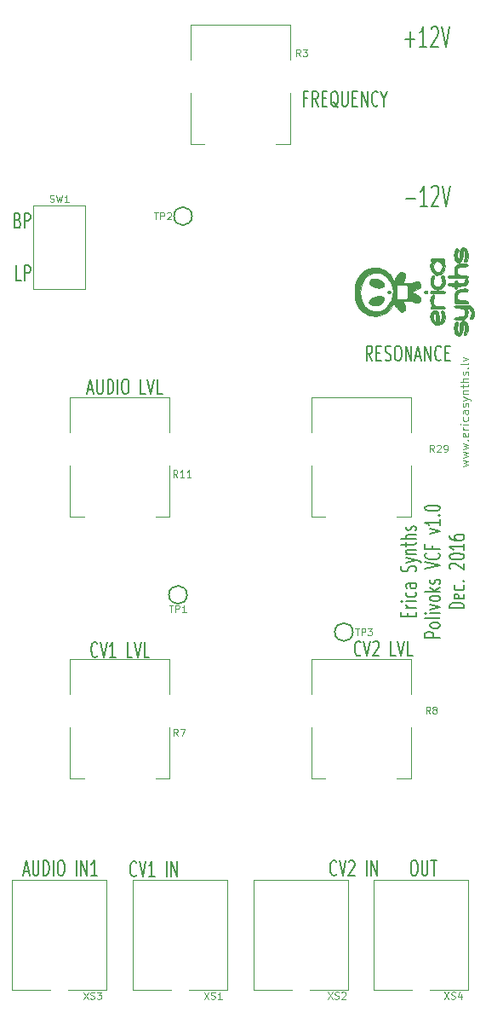
<source format=gto>
G04 #@! TF.FileFunction,Legend,Top*
%FSLAX46Y46*%
G04 Gerber Fmt 4.6, Leading zero omitted, Abs format (unit mm)*
G04 Created by KiCad (PCBNEW (2016-08-20 BZR 7083)-product) date Sun Dec  4 23:05:15 2016*
%MOMM*%
%LPD*%
G01*
G04 APERTURE LIST*
%ADD10C,0.100000*%
%ADD11C,0.200000*%
%ADD12C,0.150000*%
G04 APERTURE END LIST*
D10*
X46128571Y56271429D02*
X46661904Y56423810D01*
X46280952Y56576191D01*
X46661904Y56728572D01*
X46128571Y56880953D01*
X46128571Y57109524D02*
X46661904Y57261905D01*
X46280952Y57414286D01*
X46661904Y57566667D01*
X46128571Y57719048D01*
X46128571Y57947620D02*
X46661904Y58100000D01*
X46280952Y58252381D01*
X46661904Y58404762D01*
X46128571Y58557143D01*
X46585714Y58861905D02*
X46623809Y58900000D01*
X46661904Y58861905D01*
X46623809Y58823810D01*
X46585714Y58861905D01*
X46661904Y58861905D01*
X46623809Y59547620D02*
X46661904Y59471429D01*
X46661904Y59319048D01*
X46623809Y59242858D01*
X46547619Y59204762D01*
X46242857Y59204762D01*
X46166666Y59242858D01*
X46128571Y59319048D01*
X46128571Y59471429D01*
X46166666Y59547620D01*
X46242857Y59585715D01*
X46319047Y59585715D01*
X46395238Y59204762D01*
X46661904Y59928572D02*
X46128571Y59928572D01*
X46280952Y59928572D02*
X46204761Y59966667D01*
X46166666Y60004762D01*
X46128571Y60080953D01*
X46128571Y60157143D01*
X46661904Y60423810D02*
X46128571Y60423810D01*
X45861904Y60423810D02*
X45900000Y60385715D01*
X45938095Y60423810D01*
X45900000Y60461905D01*
X45861904Y60423810D01*
X45938095Y60423810D01*
X46623809Y61147620D02*
X46661904Y61071429D01*
X46661904Y60919048D01*
X46623809Y60842858D01*
X46585714Y60804762D01*
X46509523Y60766667D01*
X46280952Y60766667D01*
X46204761Y60804762D01*
X46166666Y60842858D01*
X46128571Y60919048D01*
X46128571Y61071429D01*
X46166666Y61147620D01*
X46661904Y61833334D02*
X46242857Y61833334D01*
X46166666Y61795239D01*
X46128571Y61719048D01*
X46128571Y61566667D01*
X46166666Y61490477D01*
X46623809Y61833334D02*
X46661904Y61757143D01*
X46661904Y61566667D01*
X46623809Y61490477D01*
X46547619Y61452381D01*
X46471428Y61452381D01*
X46395238Y61490477D01*
X46357142Y61566667D01*
X46357142Y61757143D01*
X46319047Y61833334D01*
X46623809Y62176191D02*
X46661904Y62252381D01*
X46661904Y62404762D01*
X46623809Y62480953D01*
X46547619Y62519048D01*
X46509523Y62519048D01*
X46433333Y62480953D01*
X46395238Y62404762D01*
X46395238Y62290477D01*
X46357142Y62214286D01*
X46280952Y62176191D01*
X46242857Y62176191D01*
X46166666Y62214286D01*
X46128571Y62290477D01*
X46128571Y62404762D01*
X46166666Y62480953D01*
X46128571Y62785715D02*
X46661904Y62976191D01*
X46128571Y63166667D02*
X46661904Y62976191D01*
X46852380Y62900000D01*
X46890476Y62861905D01*
X46928571Y62785715D01*
X46128571Y63471429D02*
X46661904Y63471429D01*
X46204761Y63471429D02*
X46166666Y63509524D01*
X46128571Y63585715D01*
X46128571Y63700000D01*
X46166666Y63776191D01*
X46242857Y63814286D01*
X46661904Y63814286D01*
X46128571Y64080953D02*
X46128571Y64385715D01*
X45861904Y64195239D02*
X46547619Y64195239D01*
X46623809Y64233334D01*
X46661904Y64309524D01*
X46661904Y64385715D01*
X46661904Y64652381D02*
X45861904Y64652381D01*
X46661904Y64995239D02*
X46242857Y64995239D01*
X46166666Y64957143D01*
X46128571Y64880953D01*
X46128571Y64766667D01*
X46166666Y64690477D01*
X46204761Y64652381D01*
X46623809Y65338096D02*
X46661904Y65414286D01*
X46661904Y65566667D01*
X46623809Y65642858D01*
X46547619Y65680953D01*
X46509523Y65680953D01*
X46433333Y65642858D01*
X46395238Y65566667D01*
X46395238Y65452381D01*
X46357142Y65376191D01*
X46280952Y65338096D01*
X46242857Y65338096D01*
X46166666Y65376191D01*
X46128571Y65452381D01*
X46128571Y65566667D01*
X46166666Y65642858D01*
X46585714Y66023810D02*
X46623809Y66061905D01*
X46661904Y66023810D01*
X46623809Y65985715D01*
X46585714Y66023810D01*
X46661904Y66023810D01*
X46661904Y66519048D02*
X46623809Y66442858D01*
X46547619Y66404762D01*
X45861904Y66404762D01*
X46128571Y66747620D02*
X46661904Y66938096D01*
X46128571Y67128572D01*
D11*
X13661904Y15664286D02*
X13614285Y15592858D01*
X13471428Y15521429D01*
X13376190Y15521429D01*
X13233333Y15592858D01*
X13138095Y15735715D01*
X13090476Y15878572D01*
X13042857Y16164286D01*
X13042857Y16378572D01*
X13090476Y16664286D01*
X13138095Y16807143D01*
X13233333Y16950000D01*
X13376190Y17021429D01*
X13471428Y17021429D01*
X13614285Y16950000D01*
X13661904Y16878572D01*
X13947619Y17021429D02*
X14280952Y15521429D01*
X14614285Y17021429D01*
X15471428Y15521429D02*
X14900000Y15521429D01*
X15185714Y15521429D02*
X15185714Y17021429D01*
X15090476Y16807143D01*
X14995238Y16664286D01*
X14900000Y16592858D01*
X16661904Y15521429D02*
X16661904Y17021429D01*
X17138095Y15521429D02*
X17138095Y17021429D01*
X17709523Y15521429D01*
X17709523Y17021429D01*
X2209523Y74721429D02*
X1733333Y74721429D01*
X1733333Y76221429D01*
X2542857Y74721429D02*
X2542857Y76221429D01*
X2923809Y76221429D01*
X3019047Y76150000D01*
X3066666Y76078572D01*
X3114285Y75935715D01*
X3114285Y75721429D01*
X3066666Y75578572D01*
X3019047Y75507143D01*
X2923809Y75435715D01*
X2542857Y75435715D01*
X1871428Y80707143D02*
X2014285Y80635715D01*
X2061904Y80564286D01*
X2109523Y80421429D01*
X2109523Y80207143D01*
X2061904Y80064286D01*
X2014285Y79992858D01*
X1919047Y79921429D01*
X1538095Y79921429D01*
X1538095Y81421429D01*
X1871428Y81421429D01*
X1966666Y81350000D01*
X2014285Y81278572D01*
X2061904Y81135715D01*
X2061904Y80992858D01*
X2014285Y80850000D01*
X1966666Y80778572D01*
X1871428Y80707143D01*
X1538095Y80707143D01*
X2538095Y79921429D02*
X2538095Y81421429D01*
X2919047Y81421429D01*
X3014285Y81350000D01*
X3061904Y81278572D01*
X3109523Y81135715D01*
X3109523Y80921429D01*
X3061904Y80778572D01*
X3014285Y80707143D01*
X2919047Y80635715D01*
X2538095Y80635715D01*
X30638095Y92807143D02*
X30304761Y92807143D01*
X30304761Y92021429D02*
X30304761Y93521429D01*
X30780952Y93521429D01*
X31733333Y92021429D02*
X31400000Y92735715D01*
X31161904Y92021429D02*
X31161904Y93521429D01*
X31542857Y93521429D01*
X31638095Y93450000D01*
X31685714Y93378572D01*
X31733333Y93235715D01*
X31733333Y93021429D01*
X31685714Y92878572D01*
X31638095Y92807143D01*
X31542857Y92735715D01*
X31161904Y92735715D01*
X32161904Y92807143D02*
X32495238Y92807143D01*
X32638095Y92021429D02*
X32161904Y92021429D01*
X32161904Y93521429D01*
X32638095Y93521429D01*
X33733333Y91878572D02*
X33638095Y91950000D01*
X33542857Y92092858D01*
X33400000Y92307143D01*
X33304761Y92378572D01*
X33209523Y92378572D01*
X33257142Y92021429D02*
X33161904Y92092858D01*
X33066666Y92235715D01*
X33019047Y92521429D01*
X33019047Y93021429D01*
X33066666Y93307143D01*
X33161904Y93450000D01*
X33257142Y93521429D01*
X33447619Y93521429D01*
X33542857Y93450000D01*
X33638095Y93307143D01*
X33685714Y93021429D01*
X33685714Y92521429D01*
X33638095Y92235715D01*
X33542857Y92092858D01*
X33447619Y92021429D01*
X33257142Y92021429D01*
X34114285Y93521429D02*
X34114285Y92307143D01*
X34161904Y92164286D01*
X34209523Y92092858D01*
X34304761Y92021429D01*
X34495238Y92021429D01*
X34590476Y92092858D01*
X34638095Y92164286D01*
X34685714Y92307143D01*
X34685714Y93521429D01*
X35161904Y92807143D02*
X35495238Y92807143D01*
X35638095Y92021429D02*
X35161904Y92021429D01*
X35161904Y93521429D01*
X35638095Y93521429D01*
X36066666Y92021429D02*
X36066666Y93521429D01*
X36638095Y92021429D01*
X36638095Y93521429D01*
X37685714Y92164286D02*
X37638095Y92092858D01*
X37495238Y92021429D01*
X37400000Y92021429D01*
X37257142Y92092858D01*
X37161904Y92235715D01*
X37114285Y92378572D01*
X37066666Y92664286D01*
X37066666Y92878572D01*
X37114285Y93164286D01*
X37161904Y93307143D01*
X37257142Y93450000D01*
X37400000Y93521429D01*
X37495238Y93521429D01*
X37638095Y93450000D01*
X37685714Y93378572D01*
X38304761Y92735715D02*
X38304761Y92021429D01*
X37971428Y93521429D02*
X38304761Y92735715D01*
X38638095Y93521429D01*
X8857142Y63850000D02*
X9333333Y63850000D01*
X8761904Y63421429D02*
X9095238Y64921429D01*
X9428571Y63421429D01*
X9761904Y64921429D02*
X9761904Y63707143D01*
X9809523Y63564286D01*
X9857142Y63492858D01*
X9952380Y63421429D01*
X10142857Y63421429D01*
X10238095Y63492858D01*
X10285714Y63564286D01*
X10333333Y63707143D01*
X10333333Y64921429D01*
X10809523Y63421429D02*
X10809523Y64921429D01*
X11047619Y64921429D01*
X11190476Y64850000D01*
X11285714Y64707143D01*
X11333333Y64564286D01*
X11380952Y64278572D01*
X11380952Y64064286D01*
X11333333Y63778572D01*
X11285714Y63635715D01*
X11190476Y63492858D01*
X11047619Y63421429D01*
X10809523Y63421429D01*
X11809523Y63421429D02*
X11809523Y64921429D01*
X12476190Y64921429D02*
X12666666Y64921429D01*
X12761904Y64850000D01*
X12857142Y64707143D01*
X12904761Y64421429D01*
X12904761Y63921429D01*
X12857142Y63635715D01*
X12761904Y63492858D01*
X12666666Y63421429D01*
X12476190Y63421429D01*
X12380952Y63492858D01*
X12285714Y63635715D01*
X12238095Y63921429D01*
X12238095Y64421429D01*
X12285714Y64707143D01*
X12380952Y64850000D01*
X12476190Y64921429D01*
X14571428Y63421429D02*
X14095238Y63421429D01*
X14095238Y64921429D01*
X14761904Y64921429D02*
X15095238Y63421429D01*
X15428571Y64921429D01*
X16238095Y63421429D02*
X15761904Y63421429D01*
X15761904Y64921429D01*
X37128571Y66721429D02*
X36795238Y67435715D01*
X36557142Y66721429D02*
X36557142Y68221429D01*
X36938095Y68221429D01*
X37033333Y68150000D01*
X37080952Y68078572D01*
X37128571Y67935715D01*
X37128571Y67721429D01*
X37080952Y67578572D01*
X37033333Y67507143D01*
X36938095Y67435715D01*
X36557142Y67435715D01*
X37557142Y67507143D02*
X37890476Y67507143D01*
X38033333Y66721429D02*
X37557142Y66721429D01*
X37557142Y68221429D01*
X38033333Y68221429D01*
X38414285Y66792858D02*
X38557142Y66721429D01*
X38795238Y66721429D01*
X38890476Y66792858D01*
X38938095Y66864286D01*
X38985714Y67007143D01*
X38985714Y67150000D01*
X38938095Y67292858D01*
X38890476Y67364286D01*
X38795238Y67435715D01*
X38604761Y67507143D01*
X38509523Y67578572D01*
X38461904Y67650000D01*
X38414285Y67792858D01*
X38414285Y67935715D01*
X38461904Y68078572D01*
X38509523Y68150000D01*
X38604761Y68221429D01*
X38842857Y68221429D01*
X38985714Y68150000D01*
X39604761Y68221429D02*
X39795238Y68221429D01*
X39890476Y68150000D01*
X39985714Y68007143D01*
X40033333Y67721429D01*
X40033333Y67221429D01*
X39985714Y66935715D01*
X39890476Y66792858D01*
X39795238Y66721429D01*
X39604761Y66721429D01*
X39509523Y66792858D01*
X39414285Y66935715D01*
X39366666Y67221429D01*
X39366666Y67721429D01*
X39414285Y68007143D01*
X39509523Y68150000D01*
X39604761Y68221429D01*
X40461904Y66721429D02*
X40461904Y68221429D01*
X41033333Y66721429D01*
X41033333Y68221429D01*
X41461904Y67150000D02*
X41938095Y67150000D01*
X41366666Y66721429D02*
X41699999Y68221429D01*
X42033333Y66721429D01*
X42366666Y66721429D02*
X42366666Y68221429D01*
X42938095Y66721429D01*
X42938095Y68221429D01*
X43985714Y66864286D02*
X43938095Y66792858D01*
X43795238Y66721429D01*
X43699999Y66721429D01*
X43557142Y66792858D01*
X43461904Y66935715D01*
X43414285Y67078572D01*
X43366666Y67364286D01*
X43366666Y67578572D01*
X43414285Y67864286D01*
X43461904Y68007143D01*
X43557142Y68150000D01*
X43699999Y68221429D01*
X43795238Y68221429D01*
X43938095Y68150000D01*
X43985714Y68078572D01*
X44414285Y67507143D02*
X44747619Y67507143D01*
X44890476Y66721429D02*
X44414285Y66721429D01*
X44414285Y68221429D01*
X44890476Y68221429D01*
X41200000Y17121429D02*
X41390476Y17121429D01*
X41485714Y17050000D01*
X41580952Y16907143D01*
X41628571Y16621429D01*
X41628571Y16121429D01*
X41580952Y15835715D01*
X41485714Y15692858D01*
X41390476Y15621429D01*
X41200000Y15621429D01*
X41104761Y15692858D01*
X41009523Y15835715D01*
X40961904Y16121429D01*
X40961904Y16621429D01*
X41009523Y16907143D01*
X41104761Y17050000D01*
X41200000Y17121429D01*
X42057142Y17121429D02*
X42057142Y15907143D01*
X42104761Y15764286D01*
X42152380Y15692858D01*
X42247619Y15621429D01*
X42438095Y15621429D01*
X42533333Y15692858D01*
X42580952Y15764286D01*
X42628571Y15907143D01*
X42628571Y17121429D01*
X42961904Y17121429D02*
X43533333Y17121429D01*
X43247619Y15621429D02*
X43247619Y17121429D01*
X33561904Y15764286D02*
X33514285Y15692858D01*
X33371428Y15621429D01*
X33276190Y15621429D01*
X33133333Y15692858D01*
X33038095Y15835715D01*
X32990476Y15978572D01*
X32942857Y16264286D01*
X32942857Y16478572D01*
X32990476Y16764286D01*
X33038095Y16907143D01*
X33133333Y17050000D01*
X33276190Y17121429D01*
X33371428Y17121429D01*
X33514285Y17050000D01*
X33561904Y16978572D01*
X33847619Y17121429D02*
X34180952Y15621429D01*
X34514285Y17121429D01*
X34800000Y16978572D02*
X34847619Y17050000D01*
X34942857Y17121429D01*
X35180952Y17121429D01*
X35276190Y17050000D01*
X35323809Y16978572D01*
X35371428Y16835715D01*
X35371428Y16692858D01*
X35323809Y16478572D01*
X34752380Y15621429D01*
X35371428Y15621429D01*
X36561904Y15621429D02*
X36561904Y17121429D01*
X37038095Y15621429D02*
X37038095Y17121429D01*
X37609523Y15621429D01*
X37609523Y17121429D01*
X2457142Y16050000D02*
X2933333Y16050000D01*
X2361904Y15621429D02*
X2695238Y17121429D01*
X3028571Y15621429D01*
X3361904Y17121429D02*
X3361904Y15907143D01*
X3409523Y15764286D01*
X3457142Y15692858D01*
X3552380Y15621429D01*
X3742857Y15621429D01*
X3838095Y15692858D01*
X3885714Y15764286D01*
X3933333Y15907143D01*
X3933333Y17121429D01*
X4409523Y15621429D02*
X4409523Y17121429D01*
X4647619Y17121429D01*
X4790476Y17050000D01*
X4885714Y16907143D01*
X4933333Y16764286D01*
X4980952Y16478572D01*
X4980952Y16264286D01*
X4933333Y15978572D01*
X4885714Y15835715D01*
X4790476Y15692858D01*
X4647619Y15621429D01*
X4409523Y15621429D01*
X5409523Y15621429D02*
X5409523Y17121429D01*
X6076190Y17121429D02*
X6266666Y17121429D01*
X6361904Y17050000D01*
X6457142Y16907143D01*
X6504761Y16621429D01*
X6504761Y16121429D01*
X6457142Y15835715D01*
X6361904Y15692858D01*
X6266666Y15621429D01*
X6076190Y15621429D01*
X5980952Y15692858D01*
X5885714Y15835715D01*
X5838095Y16121429D01*
X5838095Y16621429D01*
X5885714Y16907143D01*
X5980952Y17050000D01*
X6076190Y17121429D01*
X7695238Y15621429D02*
X7695238Y17121429D01*
X8171428Y15621429D02*
X8171428Y17121429D01*
X8742857Y15621429D01*
X8742857Y17121429D01*
X9742857Y15621429D02*
X9171428Y15621429D01*
X9457142Y15621429D02*
X9457142Y17121429D01*
X9361904Y16907143D01*
X9266666Y16764286D01*
X9171428Y16692858D01*
X9785714Y37464286D02*
X9738095Y37392858D01*
X9595238Y37321429D01*
X9500000Y37321429D01*
X9357142Y37392858D01*
X9261904Y37535715D01*
X9214285Y37678572D01*
X9166666Y37964286D01*
X9166666Y38178572D01*
X9214285Y38464286D01*
X9261904Y38607143D01*
X9357142Y38750000D01*
X9500000Y38821429D01*
X9595238Y38821429D01*
X9738095Y38750000D01*
X9785714Y38678572D01*
X10071428Y38821429D02*
X10404761Y37321429D01*
X10738095Y38821429D01*
X11595238Y37321429D02*
X11023809Y37321429D01*
X11309523Y37321429D02*
X11309523Y38821429D01*
X11214285Y38607143D01*
X11119047Y38464286D01*
X11023809Y38392858D01*
X13261904Y37321429D02*
X12785714Y37321429D01*
X12785714Y38821429D01*
X13452380Y38821429D02*
X13785714Y37321429D01*
X14119047Y38821429D01*
X14928571Y37321429D02*
X14452380Y37321429D01*
X14452380Y38821429D01*
X35985714Y37564286D02*
X35938095Y37492858D01*
X35795238Y37421429D01*
X35700000Y37421429D01*
X35557142Y37492858D01*
X35461904Y37635715D01*
X35414285Y37778572D01*
X35366666Y38064286D01*
X35366666Y38278572D01*
X35414285Y38564286D01*
X35461904Y38707143D01*
X35557142Y38850000D01*
X35700000Y38921429D01*
X35795238Y38921429D01*
X35938095Y38850000D01*
X35985714Y38778572D01*
X36271428Y38921429D02*
X36604761Y37421429D01*
X36938095Y38921429D01*
X37223809Y38778572D02*
X37271428Y38850000D01*
X37366666Y38921429D01*
X37604761Y38921429D01*
X37700000Y38850000D01*
X37747619Y38778572D01*
X37795238Y38635715D01*
X37795238Y38492858D01*
X37747619Y38278572D01*
X37176190Y37421429D01*
X37795238Y37421429D01*
X39461904Y37421429D02*
X38985714Y37421429D01*
X38985714Y38921429D01*
X39652380Y38921429D02*
X39985714Y37421429D01*
X40319047Y38921429D01*
X41128571Y37421429D02*
X40652380Y37421429D01*
X40652380Y38921429D01*
X40485714Y82857143D02*
X41400000Y82857143D01*
X42600000Y82095239D02*
X41914285Y82095239D01*
X42257142Y82095239D02*
X42257142Y84095239D01*
X42142857Y83809524D01*
X42028571Y83619048D01*
X41914285Y83523810D01*
X43057142Y83904762D02*
X43114285Y84000000D01*
X43228571Y84095239D01*
X43514285Y84095239D01*
X43628571Y84000000D01*
X43685714Y83904762D01*
X43742857Y83714286D01*
X43742857Y83523810D01*
X43685714Y83238096D01*
X43000000Y82095239D01*
X43742857Y82095239D01*
X44085714Y84095239D02*
X44485714Y82095239D01*
X44885714Y84095239D01*
X40435714Y98663143D02*
X41350000Y98663143D01*
X40892857Y97901239D02*
X40892857Y99425048D01*
X42550000Y97901239D02*
X41864285Y97901239D01*
X42207142Y97901239D02*
X42207142Y99901239D01*
X42092857Y99615524D01*
X41978571Y99425048D01*
X41864285Y99329810D01*
X43007142Y99710762D02*
X43064285Y99806000D01*
X43178571Y99901239D01*
X43464285Y99901239D01*
X43578571Y99806000D01*
X43635714Y99710762D01*
X43692857Y99520286D01*
X43692857Y99329810D01*
X43635714Y99044096D01*
X42950000Y97901239D01*
X43692857Y97901239D01*
X44035714Y99901239D02*
X44435714Y97901239D01*
X44835714Y99901239D01*
D12*
X40692857Y41323810D02*
X40692857Y41657143D01*
X41478571Y41800000D02*
X41478571Y41323810D01*
X39978571Y41323810D01*
X39978571Y41800000D01*
X41478571Y42228572D02*
X40478571Y42228572D01*
X40764285Y42228572D02*
X40621428Y42276191D01*
X40550000Y42323810D01*
X40478571Y42419048D01*
X40478571Y42514286D01*
X41478571Y42847620D02*
X40478571Y42847620D01*
X39978571Y42847620D02*
X40050000Y42800000D01*
X40121428Y42847620D01*
X40050000Y42895239D01*
X39978571Y42847620D01*
X40121428Y42847620D01*
X41407142Y43752381D02*
X41478571Y43657143D01*
X41478571Y43466667D01*
X41407142Y43371429D01*
X41335714Y43323810D01*
X41192857Y43276191D01*
X40764285Y43276191D01*
X40621428Y43323810D01*
X40550000Y43371429D01*
X40478571Y43466667D01*
X40478571Y43657143D01*
X40550000Y43752381D01*
X41478571Y44609524D02*
X40692857Y44609524D01*
X40550000Y44561905D01*
X40478571Y44466667D01*
X40478571Y44276191D01*
X40550000Y44180953D01*
X41407142Y44609524D02*
X41478571Y44514286D01*
X41478571Y44276191D01*
X41407142Y44180953D01*
X41264285Y44133334D01*
X41121428Y44133334D01*
X40978571Y44180953D01*
X40907142Y44276191D01*
X40907142Y44514286D01*
X40835714Y44609524D01*
X41407142Y45800000D02*
X41478571Y45942858D01*
X41478571Y46180953D01*
X41407142Y46276191D01*
X41335714Y46323810D01*
X41192857Y46371429D01*
X41050000Y46371429D01*
X40907142Y46323810D01*
X40835714Y46276191D01*
X40764285Y46180953D01*
X40692857Y45990477D01*
X40621428Y45895239D01*
X40550000Y45847620D01*
X40407142Y45800000D01*
X40264285Y45800000D01*
X40121428Y45847620D01*
X40050000Y45895239D01*
X39978571Y45990477D01*
X39978571Y46228572D01*
X40050000Y46371429D01*
X40478571Y46704762D02*
X41478571Y46942858D01*
X40478571Y47180953D02*
X41478571Y46942858D01*
X41835714Y46847620D01*
X41907142Y46800000D01*
X41978571Y46704762D01*
X40478571Y47561905D02*
X41478571Y47561905D01*
X40621428Y47561905D02*
X40550000Y47609524D01*
X40478571Y47704762D01*
X40478571Y47847620D01*
X40550000Y47942858D01*
X40692857Y47990477D01*
X41478571Y47990477D01*
X40478571Y48323810D02*
X40478571Y48704762D01*
X39978571Y48466667D02*
X41264285Y48466667D01*
X41407142Y48514286D01*
X41478571Y48609524D01*
X41478571Y48704762D01*
X41478571Y49038096D02*
X39978571Y49038096D01*
X41478571Y49466667D02*
X40692857Y49466667D01*
X40550000Y49419048D01*
X40478571Y49323810D01*
X40478571Y49180953D01*
X40550000Y49085715D01*
X40621428Y49038096D01*
X41407142Y49895239D02*
X41478571Y49990477D01*
X41478571Y50180953D01*
X41407142Y50276191D01*
X41264285Y50323810D01*
X41192857Y50323810D01*
X41050000Y50276191D01*
X40978571Y50180953D01*
X40978571Y50038096D01*
X40907142Y49942858D01*
X40764285Y49895239D01*
X40692857Y49895239D01*
X40550000Y49942858D01*
X40478571Y50038096D01*
X40478571Y50180953D01*
X40550000Y50276191D01*
X43878571Y39252381D02*
X42378571Y39252381D01*
X42378571Y39633334D01*
X42450000Y39728572D01*
X42521428Y39776191D01*
X42664285Y39823810D01*
X42878571Y39823810D01*
X43021428Y39776191D01*
X43092857Y39728572D01*
X43164285Y39633334D01*
X43164285Y39252381D01*
X43878571Y40395239D02*
X43807142Y40300000D01*
X43735714Y40252381D01*
X43592857Y40204762D01*
X43164285Y40204762D01*
X43021428Y40252381D01*
X42950000Y40300000D01*
X42878571Y40395239D01*
X42878571Y40538096D01*
X42950000Y40633334D01*
X43021428Y40680953D01*
X43164285Y40728572D01*
X43592857Y40728572D01*
X43735714Y40680953D01*
X43807142Y40633334D01*
X43878571Y40538096D01*
X43878571Y40395239D01*
X43878571Y41300000D02*
X43807142Y41204762D01*
X43664285Y41157143D01*
X42378571Y41157143D01*
X43878571Y41680953D02*
X42878571Y41680953D01*
X42378571Y41680953D02*
X42450000Y41633334D01*
X42521428Y41680953D01*
X42450000Y41728572D01*
X42378571Y41680953D01*
X42521428Y41680953D01*
X42878571Y42061905D02*
X43878571Y42300000D01*
X42878571Y42538096D01*
X43878571Y43061905D02*
X43807142Y42966667D01*
X43735714Y42919048D01*
X43592857Y42871429D01*
X43164285Y42871429D01*
X43021428Y42919048D01*
X42950000Y42966667D01*
X42878571Y43061905D01*
X42878571Y43204762D01*
X42950000Y43300000D01*
X43021428Y43347620D01*
X43164285Y43395239D01*
X43592857Y43395239D01*
X43735714Y43347620D01*
X43807142Y43300000D01*
X43878571Y43204762D01*
X43878571Y43061905D01*
X43878571Y43823810D02*
X42378571Y43823810D01*
X43307142Y43919048D02*
X43878571Y44204762D01*
X42878571Y44204762D02*
X43450000Y43823810D01*
X43807142Y44585715D02*
X43878571Y44680953D01*
X43878571Y44871429D01*
X43807142Y44966667D01*
X43664285Y45014286D01*
X43592857Y45014286D01*
X43450000Y44966667D01*
X43378571Y44871429D01*
X43378571Y44728572D01*
X43307142Y44633334D01*
X43164285Y44585715D01*
X43092857Y44585715D01*
X42950000Y44633334D01*
X42878571Y44728572D01*
X42878571Y44871429D01*
X42950000Y44966667D01*
X42378571Y46061905D02*
X43878571Y46395239D01*
X42378571Y46728572D01*
X43735714Y47633334D02*
X43807142Y47585715D01*
X43878571Y47442858D01*
X43878571Y47347620D01*
X43807142Y47204762D01*
X43664285Y47109524D01*
X43521428Y47061905D01*
X43235714Y47014286D01*
X43021428Y47014286D01*
X42735714Y47061905D01*
X42592857Y47109524D01*
X42450000Y47204762D01*
X42378571Y47347620D01*
X42378571Y47442858D01*
X42450000Y47585715D01*
X42521428Y47633334D01*
X43092857Y48395239D02*
X43092857Y48061905D01*
X43878571Y48061905D02*
X42378571Y48061905D01*
X42378571Y48538096D01*
X42878571Y49585715D02*
X43878571Y49823810D01*
X42878571Y50061905D01*
X43878571Y50966667D02*
X43878571Y50395239D01*
X43878571Y50680953D02*
X42378571Y50680953D01*
X42592857Y50585715D01*
X42735714Y50490477D01*
X42807142Y50395239D01*
X43735714Y51395239D02*
X43807142Y51442858D01*
X43878571Y51395239D01*
X43807142Y51347620D01*
X43735714Y51395239D01*
X43878571Y51395239D01*
X42378571Y52061905D02*
X42378571Y52157143D01*
X42450000Y52252381D01*
X42521428Y52300000D01*
X42664285Y52347620D01*
X42950000Y52395239D01*
X43307142Y52395239D01*
X43592857Y52347620D01*
X43735714Y52300000D01*
X43807142Y52252381D01*
X43878571Y52157143D01*
X43878571Y52061905D01*
X43807142Y51966667D01*
X43735714Y51919048D01*
X43592857Y51871429D01*
X43307142Y51823810D01*
X42950000Y51823810D01*
X42664285Y51871429D01*
X42521428Y51919048D01*
X42450000Y51966667D01*
X42378571Y52061905D01*
X46278571Y42157143D02*
X44778571Y42157143D01*
X44778571Y42395239D01*
X44850000Y42538096D01*
X44992857Y42633334D01*
X45135714Y42680953D01*
X45421428Y42728572D01*
X45635714Y42728572D01*
X45921428Y42680953D01*
X46064285Y42633334D01*
X46207142Y42538096D01*
X46278571Y42395239D01*
X46278571Y42157143D01*
X46207142Y43538096D02*
X46278571Y43442858D01*
X46278571Y43252381D01*
X46207142Y43157143D01*
X46064285Y43109524D01*
X45492857Y43109524D01*
X45350000Y43157143D01*
X45278571Y43252381D01*
X45278571Y43442858D01*
X45350000Y43538096D01*
X45492857Y43585715D01*
X45635714Y43585715D01*
X45778571Y43109524D01*
X46207142Y44442858D02*
X46278571Y44347620D01*
X46278571Y44157143D01*
X46207142Y44061905D01*
X46135714Y44014286D01*
X45992857Y43966667D01*
X45564285Y43966667D01*
X45421428Y44014286D01*
X45350000Y44061905D01*
X45278571Y44157143D01*
X45278571Y44347620D01*
X45350000Y44442858D01*
X46135714Y44871429D02*
X46207142Y44919048D01*
X46278571Y44871429D01*
X46207142Y44823810D01*
X46135714Y44871429D01*
X46278571Y44871429D01*
X44921428Y46061905D02*
X44850000Y46109524D01*
X44778571Y46204762D01*
X44778571Y46442858D01*
X44850000Y46538096D01*
X44921428Y46585715D01*
X45064285Y46633334D01*
X45207142Y46633334D01*
X45421428Y46585715D01*
X46278571Y46014286D01*
X46278571Y46633334D01*
X44778571Y47252381D02*
X44778571Y47347620D01*
X44850000Y47442858D01*
X44921428Y47490477D01*
X45064285Y47538096D01*
X45350000Y47585715D01*
X45707142Y47585715D01*
X45992857Y47538096D01*
X46135714Y47490477D01*
X46207142Y47442858D01*
X46278571Y47347620D01*
X46278571Y47252381D01*
X46207142Y47157143D01*
X46135714Y47109524D01*
X45992857Y47061905D01*
X45707142Y47014286D01*
X45350000Y47014286D01*
X45064285Y47061905D01*
X44921428Y47109524D01*
X44850000Y47157143D01*
X44778571Y47252381D01*
X46278571Y48538096D02*
X46278571Y47966667D01*
X46278571Y48252381D02*
X44778571Y48252381D01*
X44992857Y48157143D01*
X45135714Y48061905D01*
X45207142Y47966667D01*
X44778571Y49395239D02*
X44778571Y49204762D01*
X44850000Y49109524D01*
X44921428Y49061905D01*
X45135714Y48966667D01*
X45421428Y48919048D01*
X45992857Y48919048D01*
X46135714Y48966667D01*
X46207142Y49014286D01*
X46278571Y49109524D01*
X46278571Y49300000D01*
X46207142Y49395239D01*
X46135714Y49442858D01*
X45992857Y49490477D01*
X45635714Y49490477D01*
X45492857Y49442858D01*
X45421428Y49395239D01*
X45350000Y49300000D01*
X45350000Y49109524D01*
X45421428Y49014286D01*
X45492857Y48966667D01*
X45635714Y48919048D01*
D10*
X16953000Y56349000D02*
X16953000Y51269000D01*
X16953000Y51269000D02*
X15556000Y51269000D01*
X7047000Y56349000D02*
X7047000Y51269000D01*
X7047000Y51269000D02*
X8444000Y51269000D01*
X7047000Y59651000D02*
X7047000Y63080000D01*
X7047000Y63080000D02*
X16953000Y63080000D01*
X16953000Y63080000D02*
X16953000Y59651000D01*
X17111000Y4301000D02*
X13301000Y4301000D01*
X13301000Y4301000D02*
X13301000Y15223000D01*
X13301000Y15223000D02*
X22699000Y15223000D01*
X22699000Y15223000D02*
X22699000Y4301000D01*
X22699000Y4301000D02*
X18889000Y4301000D01*
X29111000Y4301000D02*
X25301000Y4301000D01*
X25301000Y4301000D02*
X25301000Y15223000D01*
X25301000Y15223000D02*
X34699000Y15223000D01*
X34699000Y15223000D02*
X34699000Y4301000D01*
X34699000Y4301000D02*
X30889000Y4301000D01*
X41111000Y4301000D02*
X37301000Y4301000D01*
X37301000Y4301000D02*
X37301000Y15223000D01*
X37301000Y15223000D02*
X46699000Y15223000D01*
X46699000Y15223000D02*
X46699000Y4301000D01*
X46699000Y4301000D02*
X42889000Y4301000D01*
X28953000Y93349000D02*
X28953000Y88269000D01*
X28953000Y88269000D02*
X27556000Y88269000D01*
X19047000Y93349000D02*
X19047000Y88269000D01*
X19047000Y88269000D02*
X20444000Y88269000D01*
X19047000Y96651000D02*
X19047000Y100080000D01*
X19047000Y100080000D02*
X28953000Y100080000D01*
X28953000Y100080000D02*
X28953000Y96651000D01*
X16953000Y30349000D02*
X16953000Y25269000D01*
X16953000Y25269000D02*
X15556000Y25269000D01*
X7047000Y30349000D02*
X7047000Y25269000D01*
X7047000Y25269000D02*
X8444000Y25269000D01*
X7047000Y33651000D02*
X7047000Y37080000D01*
X7047000Y37080000D02*
X16953000Y37080000D01*
X16953000Y37080000D02*
X16953000Y33651000D01*
X40953000Y30349000D02*
X40953000Y25269000D01*
X40953000Y25269000D02*
X39556000Y25269000D01*
X31047000Y30349000D02*
X31047000Y25269000D01*
X31047000Y25269000D02*
X32444000Y25269000D01*
X31047000Y33651000D02*
X31047000Y37080000D01*
X31047000Y37080000D02*
X40953000Y37080000D01*
X40953000Y37080000D02*
X40953000Y33651000D01*
D12*
X18700000Y43500000D02*
G75*
G03X18700000Y43500000I-900000J0D01*
G01*
X19200000Y81100000D02*
G75*
G03X19200000Y81100000I-900000J0D01*
G01*
X35200000Y39800000D02*
G75*
G03X35200000Y39800000I-900000J0D01*
G01*
D10*
X8603500Y82127500D02*
X3396500Y82127500D01*
X3396500Y82127500D02*
X3396500Y73872500D01*
X3396500Y73872500D02*
X8603500Y73872500D01*
X8603500Y73872500D02*
X8603500Y82127500D01*
X5111000Y4301000D02*
X1301000Y4301000D01*
X1301000Y4301000D02*
X1301000Y15223000D01*
X1301000Y15223000D02*
X10699000Y15223000D01*
X10699000Y15223000D02*
X10699000Y4301000D01*
X10699000Y4301000D02*
X6889000Y4301000D01*
X40953000Y56349000D02*
X40953000Y51269000D01*
X40953000Y51269000D02*
X39556000Y51269000D01*
X31047000Y56349000D02*
X31047000Y51269000D01*
X31047000Y51269000D02*
X32444000Y51269000D01*
X31047000Y59651000D02*
X31047000Y63080000D01*
X31047000Y63080000D02*
X40953000Y63080000D01*
X40953000Y63080000D02*
X40953000Y59651000D01*
G36*
X45926647Y72267218D02*
X46096201Y72265400D01*
X46399114Y72256789D01*
X46619056Y72241861D01*
X46774571Y72218401D01*
X46884205Y72184192D01*
X46919249Y72167067D01*
X47080858Y72025096D01*
X47197219Y71816068D01*
X47259154Y71567910D01*
X47257483Y71308549D01*
X47235856Y71203906D01*
X47162017Y71027716D01*
X47062363Y70913744D01*
X46953502Y70878721D01*
X46920746Y70886410D01*
X46856283Y70932030D01*
X46843587Y71013507D01*
X46882518Y71151822D01*
X46918367Y71241853D01*
X46968854Y71402882D01*
X46963346Y71546384D01*
X46943534Y71623031D01*
X46874317Y71792123D01*
X46775512Y71891903D01*
X46648329Y71945688D01*
X46574585Y71961524D01*
X46558657Y71928718D01*
X46589977Y71824397D01*
X46590970Y71821547D01*
X46629541Y71609759D01*
X46617489Y71378460D01*
X46560573Y71167454D01*
X46476197Y71028277D01*
X46360293Y70917583D01*
X46244259Y70847431D01*
X46096774Y70805673D01*
X45886516Y70780163D01*
X45823404Y70775122D01*
X45552595Y70771375D01*
X45368668Y70806856D01*
X45274697Y70880700D01*
X45262400Y70933000D01*
X45307433Y71021884D01*
X45444097Y71079912D01*
X45674736Y71107845D01*
X45809986Y71110800D01*
X46015238Y71117267D01*
X46145557Y71140379D01*
X46227008Y71185700D01*
X46245126Y71203700D01*
X46311000Y71340915D01*
X46327673Y71522839D01*
X46296022Y71705781D01*
X46232576Y71828469D01*
X46171079Y71889434D01*
X46090193Y71927773D01*
X45964103Y71950457D01*
X45766989Y71964458D01*
X45720852Y71966645D01*
X45498582Y71981832D01*
X45360834Y72005316D01*
X45290636Y72040790D01*
X45275822Y72063494D01*
X45267619Y72143504D01*
X45319470Y72201634D01*
X45440506Y72240132D01*
X45639855Y72261244D01*
X45926647Y72267218D01*
X45926647Y72267218D01*
X45926647Y72267218D01*
G37*
X45926647Y72267218D02*
X46096201Y72265400D01*
X46399114Y72256789D01*
X46619056Y72241861D01*
X46774571Y72218401D01*
X46884205Y72184192D01*
X46919249Y72167067D01*
X47080858Y72025096D01*
X47197219Y71816068D01*
X47259154Y71567910D01*
X47257483Y71308549D01*
X47235856Y71203906D01*
X47162017Y71027716D01*
X47062363Y70913744D01*
X46953502Y70878721D01*
X46920746Y70886410D01*
X46856283Y70932030D01*
X46843587Y71013507D01*
X46882518Y71151822D01*
X46918367Y71241853D01*
X46968854Y71402882D01*
X46963346Y71546384D01*
X46943534Y71623031D01*
X46874317Y71792123D01*
X46775512Y71891903D01*
X46648329Y71945688D01*
X46574585Y71961524D01*
X46558657Y71928718D01*
X46589977Y71824397D01*
X46590970Y71821547D01*
X46629541Y71609759D01*
X46617489Y71378460D01*
X46560573Y71167454D01*
X46476197Y71028277D01*
X46360293Y70917583D01*
X46244259Y70847431D01*
X46096774Y70805673D01*
X45886516Y70780163D01*
X45823404Y70775122D01*
X45552595Y70771375D01*
X45368668Y70806856D01*
X45274697Y70880700D01*
X45262400Y70933000D01*
X45307433Y71021884D01*
X45444097Y71079912D01*
X45674736Y71107845D01*
X45809986Y71110800D01*
X46015238Y71117267D01*
X46145557Y71140379D01*
X46227008Y71185700D01*
X46245126Y71203700D01*
X46311000Y71340915D01*
X46327673Y71522839D01*
X46296022Y71705781D01*
X46232576Y71828469D01*
X46171079Y71889434D01*
X46090193Y71927773D01*
X45964103Y71950457D01*
X45766989Y71964458D01*
X45720852Y71966645D01*
X45498582Y71981832D01*
X45360834Y72005316D01*
X45290636Y72040790D01*
X45275822Y72063494D01*
X45267619Y72143504D01*
X45319470Y72201634D01*
X45440506Y72240132D01*
X45639855Y72261244D01*
X45926647Y72267218D01*
X45926647Y72267218D01*
G36*
X46178314Y70703460D02*
X46355659Y70662360D01*
X46504916Y70541543D01*
X46607860Y70348250D01*
X46659485Y70102828D01*
X46654789Y69825625D01*
X46613096Y69615519D01*
X46537354Y69414120D01*
X46448694Y69294862D01*
X46354494Y69264715D01*
X46284401Y69305026D01*
X46236752Y69387277D01*
X46261946Y69494666D01*
X46265285Y69502103D01*
X46324403Y69681940D01*
X46354545Y69880399D01*
X46356867Y70073081D01*
X46332526Y70235589D01*
X46282679Y70343525D01*
X46223945Y70374200D01*
X46184268Y70347329D01*
X46155503Y70256795D01*
X46134097Y70087715D01*
X46124210Y69956429D01*
X46084952Y69647443D01*
X46011471Y69429111D01*
X45900636Y69295357D01*
X45755188Y69240768D01*
X45567368Y69262398D01*
X45420137Y69371398D01*
X45318976Y69559796D01*
X45269365Y69819620D01*
X45265267Y69953468D01*
X45285001Y70192294D01*
X45333517Y70394058D01*
X45402888Y70545458D01*
X45485192Y70633188D01*
X45572503Y70643946D01*
X45642144Y70586177D01*
X45682827Y70506197D01*
X45673448Y70412814D01*
X45639168Y70321108D01*
X45588692Y70143173D01*
X45568253Y69945643D01*
X45577484Y69761803D01*
X45616020Y69624937D01*
X45647271Y69583586D01*
X45724100Y69550175D01*
X45777202Y69601554D01*
X45808585Y69742651D01*
X45820259Y69978392D01*
X45820422Y70008422D01*
X45845642Y70300948D01*
X45916760Y70518039D01*
X46029182Y70654080D01*
X46178314Y70703460D01*
X46178314Y70703460D01*
X46178314Y70703460D01*
G37*
X46178314Y70703460D02*
X46355659Y70662360D01*
X46504916Y70541543D01*
X46607860Y70348250D01*
X46659485Y70102828D01*
X46654789Y69825625D01*
X46613096Y69615519D01*
X46537354Y69414120D01*
X46448694Y69294862D01*
X46354494Y69264715D01*
X46284401Y69305026D01*
X46236752Y69387277D01*
X46261946Y69494666D01*
X46265285Y69502103D01*
X46324403Y69681940D01*
X46354545Y69880399D01*
X46356867Y70073081D01*
X46332526Y70235589D01*
X46282679Y70343525D01*
X46223945Y70374200D01*
X46184268Y70347329D01*
X46155503Y70256795D01*
X46134097Y70087715D01*
X46124210Y69956429D01*
X46084952Y69647443D01*
X46011471Y69429111D01*
X45900636Y69295357D01*
X45755188Y69240768D01*
X45567368Y69262398D01*
X45420137Y69371398D01*
X45318976Y69559796D01*
X45269365Y69819620D01*
X45265267Y69953468D01*
X45285001Y70192294D01*
X45333517Y70394058D01*
X45402888Y70545458D01*
X45485192Y70633188D01*
X45572503Y70643946D01*
X45642144Y70586177D01*
X45682827Y70506197D01*
X45673448Y70412814D01*
X45639168Y70321108D01*
X45588692Y70143173D01*
X45568253Y69945643D01*
X45577484Y69761803D01*
X45616020Y69624937D01*
X45647271Y69583586D01*
X45724100Y69550175D01*
X45777202Y69601554D01*
X45808585Y69742651D01*
X45820259Y69978392D01*
X45820422Y70008422D01*
X45845642Y70300948D01*
X45916760Y70518039D01*
X46029182Y70654080D01*
X46178314Y70703460D01*
X46178314Y70703460D01*
G36*
X46178314Y77967860D02*
X46355659Y77926760D01*
X46505265Y77805572D01*
X46608218Y77610785D01*
X46658917Y77361737D01*
X46651763Y77077766D01*
X46633361Y76967864D01*
X46570149Y76737520D01*
X46492539Y76600136D01*
X46395532Y76547508D01*
X46376618Y76546400D01*
X46282778Y76573176D01*
X46247398Y76660249D01*
X46268637Y76817734D01*
X46304808Y76941160D01*
X46346518Y77129845D01*
X46356021Y77319463D01*
X46336205Y77484456D01*
X46289958Y77599265D01*
X46225993Y77638600D01*
X46185439Y77613828D01*
X46156519Y77528893D01*
X46135301Y77367869D01*
X46124616Y77227854D01*
X46089076Y76928933D01*
X46024137Y76717646D01*
X45924558Y76582944D01*
X45785977Y76513995D01*
X45609374Y76517354D01*
X45453307Y76607179D01*
X45341700Y76768393D01*
X45328767Y76802114D01*
X45279900Y77010787D01*
X45266515Y77229660D01*
X45283731Y77442506D01*
X45326665Y77633098D01*
X45390437Y77785210D01*
X45470163Y77882614D01*
X45560963Y77909084D01*
X45647017Y77859954D01*
X45697696Y77795020D01*
X45695628Y77725634D01*
X45647970Y77622038D01*
X45592582Y77453032D01*
X45570116Y77250025D01*
X45580866Y77052779D01*
X45625125Y76901057D01*
X45642434Y76873609D01*
X45715944Y76814830D01*
X45770475Y76854524D01*
X45805377Y76991234D01*
X45819999Y77223500D01*
X45820422Y77272822D01*
X45845642Y77565348D01*
X45916760Y77782439D01*
X46029182Y77918480D01*
X46178314Y77967860D01*
X46178314Y77967860D01*
X46178314Y77967860D01*
G37*
X46178314Y77967860D02*
X46355659Y77926760D01*
X46505265Y77805572D01*
X46608218Y77610785D01*
X46658917Y77361737D01*
X46651763Y77077766D01*
X46633361Y76967864D01*
X46570149Y76737520D01*
X46492539Y76600136D01*
X46395532Y76547508D01*
X46376618Y76546400D01*
X46282778Y76573176D01*
X46247398Y76660249D01*
X46268637Y76817734D01*
X46304808Y76941160D01*
X46346518Y77129845D01*
X46356021Y77319463D01*
X46336205Y77484456D01*
X46289958Y77599265D01*
X46225993Y77638600D01*
X46185439Y77613828D01*
X46156519Y77528893D01*
X46135301Y77367869D01*
X46124616Y77227854D01*
X46089076Y76928933D01*
X46024137Y76717646D01*
X45924558Y76582944D01*
X45785977Y76513995D01*
X45609374Y76517354D01*
X45453307Y76607179D01*
X45341700Y76768393D01*
X45328767Y76802114D01*
X45279900Y77010787D01*
X45266515Y77229660D01*
X45283731Y77442506D01*
X45326665Y77633098D01*
X45390437Y77785210D01*
X45470163Y77882614D01*
X45560963Y77909084D01*
X45647017Y77859954D01*
X45697696Y77795020D01*
X45695628Y77725634D01*
X45647970Y77622038D01*
X45592582Y77453032D01*
X45570116Y77250025D01*
X45580866Y77052779D01*
X45625125Y76901057D01*
X45642434Y76873609D01*
X45715944Y76814830D01*
X45770475Y76854524D01*
X45805377Y76991234D01*
X45819999Y77223500D01*
X45820422Y77272822D01*
X45845642Y77565348D01*
X45916760Y77782439D01*
X46029182Y77918480D01*
X46178314Y77967860D01*
X46178314Y77967860D01*
G36*
X46317171Y73903259D02*
X46499159Y73884798D01*
X46599402Y73834348D01*
X46625898Y73749781D01*
X46624597Y73737904D01*
X46608414Y73682243D01*
X46565227Y73646265D01*
X46474199Y73623356D01*
X46314489Y73606899D01*
X46183206Y73597770D01*
X45916411Y73567616D01*
X45735758Y73511093D01*
X45627053Y73417808D01*
X45576103Y73277370D01*
X45567200Y73146751D01*
X45592550Y72960048D01*
X45676331Y72835240D01*
X45830141Y72763777D01*
X46065574Y72737110D01*
X46123824Y72736400D01*
X46359291Y72731260D01*
X46510669Y72711728D01*
X46595136Y72671633D01*
X46629869Y72604807D01*
X46634000Y72553164D01*
X46634000Y72431600D01*
X45972005Y72431600D01*
X45692879Y72433540D01*
X45499723Y72440514D01*
X45376963Y72454254D01*
X45309024Y72476490D01*
X45280522Y72508446D01*
X45284457Y72609539D01*
X45311041Y72657599D01*
X45344522Y72751712D01*
X45316725Y72831413D01*
X45269538Y73001416D01*
X45268740Y73213651D01*
X45311342Y73421551D01*
X45361764Y73533739D01*
X45498876Y73705592D01*
X45673936Y73815796D01*
X45910931Y73876915D01*
X46045441Y73891854D01*
X46317171Y73903259D01*
X46317171Y73903259D01*
X46317171Y73903259D01*
G37*
X46317171Y73903259D02*
X46499159Y73884798D01*
X46599402Y73834348D01*
X46625898Y73749781D01*
X46624597Y73737904D01*
X46608414Y73682243D01*
X46565227Y73646265D01*
X46474199Y73623356D01*
X46314489Y73606899D01*
X46183206Y73597770D01*
X45916411Y73567616D01*
X45735758Y73511093D01*
X45627053Y73417808D01*
X45576103Y73277370D01*
X45567200Y73146751D01*
X45592550Y72960048D01*
X45676331Y72835240D01*
X45830141Y72763777D01*
X46065574Y72737110D01*
X46123824Y72736400D01*
X46359291Y72731260D01*
X46510669Y72711728D01*
X46595136Y72671633D01*
X46629869Y72604807D01*
X46634000Y72553164D01*
X46634000Y72431600D01*
X45972005Y72431600D01*
X45692879Y72433540D01*
X45499723Y72440514D01*
X45376963Y72454254D01*
X45309024Y72476490D01*
X45280522Y72508446D01*
X45284457Y72609539D01*
X45311041Y72657599D01*
X45344522Y72751712D01*
X45316725Y72831413D01*
X45269538Y73001416D01*
X45268740Y73213651D01*
X45311342Y73421551D01*
X45361764Y73533739D01*
X45498876Y73705592D01*
X45673936Y73815796D01*
X45910931Y73876915D01*
X46045441Y73891854D01*
X46317171Y73903259D01*
X46317171Y73903259D01*
G36*
X46456439Y74844012D02*
X46551361Y74840041D01*
X46612703Y74768047D01*
X46634652Y74637902D01*
X46618147Y74484705D01*
X46564126Y74343556D01*
X46537040Y74304127D01*
X46475209Y74243025D01*
X46392986Y74203675D01*
X46264956Y74178986D01*
X46065704Y74161864D01*
X46016340Y74158800D01*
X45805878Y74143135D01*
X45679132Y74123981D01*
X45618221Y74096655D01*
X45605269Y74056471D01*
X45605970Y74051276D01*
X45580166Y73947784D01*
X45493517Y73882418D01*
X45398809Y73882818D01*
X45327788Y73953235D01*
X45303470Y74023395D01*
X45281487Y74086496D01*
X45221804Y74124418D01*
X45100001Y74147491D01*
X44983446Y74158800D01*
X44806669Y74179630D01*
X44708560Y74210504D01*
X44666198Y74260014D01*
X44660948Y74279712D01*
X44671928Y74373854D01*
X44755177Y74431995D01*
X44921282Y74459210D01*
X45042966Y74462822D01*
X45199296Y74468284D01*
X45281085Y74490855D01*
X45315210Y74541604D01*
X45322366Y74577900D01*
X45370127Y74675273D01*
X45453126Y74713501D01*
X45534441Y74688447D01*
X45575971Y74606318D01*
X45592118Y74544810D01*
X45634127Y74509636D01*
X45725135Y74493501D01*
X45888280Y74489116D01*
X45948200Y74489000D01*
X46134230Y74490860D01*
X46241831Y74502098D01*
X46294169Y74531198D01*
X46314411Y74586643D01*
X46319515Y74624982D01*
X46366842Y74769441D01*
X46456439Y74844012D01*
X46456439Y74844012D01*
X46456439Y74844012D01*
G37*
X46456439Y74844012D02*
X46551361Y74840041D01*
X46612703Y74768047D01*
X46634652Y74637902D01*
X46618147Y74484705D01*
X46564126Y74343556D01*
X46537040Y74304127D01*
X46475209Y74243025D01*
X46392986Y74203675D01*
X46264956Y74178986D01*
X46065704Y74161864D01*
X46016340Y74158800D01*
X45805878Y74143135D01*
X45679132Y74123981D01*
X45618221Y74096655D01*
X45605269Y74056471D01*
X45605970Y74051276D01*
X45580166Y73947784D01*
X45493517Y73882418D01*
X45398809Y73882818D01*
X45327788Y73953235D01*
X45303470Y74023395D01*
X45281487Y74086496D01*
X45221804Y74124418D01*
X45100001Y74147491D01*
X44983446Y74158800D01*
X44806669Y74179630D01*
X44708560Y74210504D01*
X44666198Y74260014D01*
X44660948Y74279712D01*
X44671928Y74373854D01*
X44755177Y74431995D01*
X44921282Y74459210D01*
X45042966Y74462822D01*
X45199296Y74468284D01*
X45281085Y74490855D01*
X45315210Y74541604D01*
X45322366Y74577900D01*
X45370127Y74675273D01*
X45453126Y74713501D01*
X45534441Y74688447D01*
X45575971Y74606318D01*
X45592118Y74544810D01*
X45634127Y74509636D01*
X45725135Y74493501D01*
X45888280Y74489116D01*
X45948200Y74489000D01*
X46134230Y74490860D01*
X46241831Y74502098D01*
X46294169Y74531198D01*
X46314411Y74586643D01*
X46319515Y74624982D01*
X46366842Y74769441D01*
X46456439Y74844012D01*
X46456439Y74844012D01*
G36*
X46336541Y76423494D02*
X46513706Y76393866D01*
X46609902Y76329060D01*
X46634000Y76245737D01*
X46607634Y76173334D01*
X46519985Y76125680D01*
X46358221Y76099115D01*
X46109513Y76089976D01*
X46087900Y76089893D01*
X45844706Y76069736D01*
X45684728Y76004469D01*
X45596185Y75885008D01*
X45567294Y75702270D01*
X45567200Y75688427D01*
X45585520Y75505575D01*
X45650123Y75378431D01*
X45775470Y75296181D01*
X45976024Y75248012D01*
X46183206Y75227829D01*
X46392430Y75211880D01*
X46520820Y75193118D01*
X46589080Y75165179D01*
X46617914Y75121699D01*
X46623985Y75092365D01*
X46602063Y74988932D01*
X46556331Y74952665D01*
X46479130Y74941863D01*
X46319558Y74932628D01*
X46096840Y74925637D01*
X45830202Y74921563D01*
X45648954Y74920800D01*
X45289120Y74924253D01*
X45020644Y74936125D01*
X44833471Y74958685D01*
X44717547Y74994202D01*
X44662815Y75044944D01*
X44659221Y75113181D01*
X44668351Y75142053D01*
X44708847Y75189090D01*
X44799446Y75215100D01*
X44961960Y75225017D01*
X45037640Y75225600D01*
X45216479Y75228264D01*
X45312925Y75240075D01*
X45346126Y75266756D01*
X45335233Y75314032D01*
X45335024Y75314500D01*
X45284089Y75513995D01*
X45279029Y75746909D01*
X45318832Y75961598D01*
X45349142Y76034788D01*
X45464184Y76208734D01*
X45607421Y76322561D01*
X45802579Y76388956D01*
X46070388Y76420430D01*
X46336541Y76423494D01*
X46336541Y76423494D01*
X46336541Y76423494D01*
G37*
X46336541Y76423494D02*
X46513706Y76393866D01*
X46609902Y76329060D01*
X46634000Y76245737D01*
X46607634Y76173334D01*
X46519985Y76125680D01*
X46358221Y76099115D01*
X46109513Y76089976D01*
X46087900Y76089893D01*
X45844706Y76069736D01*
X45684728Y76004469D01*
X45596185Y75885008D01*
X45567294Y75702270D01*
X45567200Y75688427D01*
X45585520Y75505575D01*
X45650123Y75378431D01*
X45775470Y75296181D01*
X45976024Y75248012D01*
X46183206Y75227829D01*
X46392430Y75211880D01*
X46520820Y75193118D01*
X46589080Y75165179D01*
X46617914Y75121699D01*
X46623985Y75092365D01*
X46602063Y74988932D01*
X46556331Y74952665D01*
X46479130Y74941863D01*
X46319558Y74932628D01*
X46096840Y74925637D01*
X45830202Y74921563D01*
X45648954Y74920800D01*
X45289120Y74924253D01*
X45020644Y74936125D01*
X44833471Y74958685D01*
X44717547Y74994202D01*
X44662815Y75044944D01*
X44659221Y75113181D01*
X44668351Y75142053D01*
X44708847Y75189090D01*
X44799446Y75215100D01*
X44961960Y75225017D01*
X45037640Y75225600D01*
X45216479Y75228264D01*
X45312925Y75240075D01*
X45346126Y75266756D01*
X45335233Y75314032D01*
X45335024Y75314500D01*
X45284089Y75513995D01*
X45279029Y75746909D01*
X45318832Y75961598D01*
X45349142Y76034788D01*
X45464184Y76208734D01*
X45607421Y76322561D01*
X45802579Y76388956D01*
X46070388Y76420430D01*
X46336541Y76423494D01*
X46336541Y76423494D01*
G36*
X43279879Y71749639D02*
X43429233Y71746759D01*
X43577205Y71685647D01*
X43679110Y71569472D01*
X43720031Y71448277D01*
X43407553Y71448277D01*
X43306995Y71445498D01*
X43231983Y71366786D01*
X43186545Y71235504D01*
X43174708Y71075014D01*
X43200499Y70908678D01*
X43267944Y70759860D01*
X43284887Y70736650D01*
X43369578Y70645229D01*
X43433793Y70603116D01*
X43437287Y70602800D01*
X43459126Y70649585D01*
X43475589Y70773950D01*
X43483907Y70951908D01*
X43484400Y71010794D01*
X43479926Y71226896D01*
X43464328Y71360289D01*
X43434341Y71429558D01*
X43407553Y71448277D01*
X43720031Y71448277D01*
X43741442Y71384865D01*
X43770697Y71118459D01*
X43773589Y71038117D01*
X43786917Y70802375D01*
X43814138Y70663350D01*
X43857752Y70616799D01*
X43920258Y70658479D01*
X43963023Y70716601D01*
X44065379Y70958734D01*
X44068067Y71220422D01*
X44020597Y71389944D01*
X43967494Y71565957D01*
X43974969Y71670558D01*
X44045949Y71715993D01*
X44099590Y71720400D01*
X44194274Y71674135D01*
X44268976Y71550802D01*
X44320164Y71373592D01*
X44344304Y71165696D01*
X44337866Y70950304D01*
X44297316Y70750609D01*
X44261136Y70659771D01*
X44118565Y70473619D01*
X43922519Y70353882D01*
X43696431Y70300818D01*
X43463733Y70314682D01*
X43247859Y70395732D01*
X43072241Y70544224D01*
X43005719Y70646020D01*
X42919325Y70883573D01*
X42894628Y71122709D01*
X42924980Y71346156D01*
X43003736Y71536641D01*
X43124251Y71676893D01*
X43279879Y71749639D01*
X43279879Y71749639D01*
X43279879Y71749639D01*
G37*
X43279879Y71749639D02*
X43429233Y71746759D01*
X43577205Y71685647D01*
X43679110Y71569472D01*
X43720031Y71448277D01*
X43407553Y71448277D01*
X43306995Y71445498D01*
X43231983Y71366786D01*
X43186545Y71235504D01*
X43174708Y71075014D01*
X43200499Y70908678D01*
X43267944Y70759860D01*
X43284887Y70736650D01*
X43369578Y70645229D01*
X43433793Y70603116D01*
X43437287Y70602800D01*
X43459126Y70649585D01*
X43475589Y70773950D01*
X43483907Y70951908D01*
X43484400Y71010794D01*
X43479926Y71226896D01*
X43464328Y71360289D01*
X43434341Y71429558D01*
X43407553Y71448277D01*
X43720031Y71448277D01*
X43741442Y71384865D01*
X43770697Y71118459D01*
X43773589Y71038117D01*
X43786917Y70802375D01*
X43814138Y70663350D01*
X43857752Y70616799D01*
X43920258Y70658479D01*
X43963023Y70716601D01*
X44065379Y70958734D01*
X44068067Y71220422D01*
X44020597Y71389944D01*
X43967494Y71565957D01*
X43974969Y71670558D01*
X44045949Y71715993D01*
X44099590Y71720400D01*
X44194274Y71674135D01*
X44268976Y71550802D01*
X44320164Y71373592D01*
X44344304Y71165696D01*
X44337866Y70950304D01*
X44297316Y70750609D01*
X44261136Y70659771D01*
X44118565Y70473619D01*
X43922519Y70353882D01*
X43696431Y70300818D01*
X43463733Y70314682D01*
X43247859Y70395732D01*
X43072241Y70544224D01*
X43005719Y70646020D01*
X42919325Y70883573D01*
X42894628Y71122709D01*
X42924980Y71346156D01*
X43003736Y71536641D01*
X43124251Y71676893D01*
X43279879Y71749639D01*
X43279879Y71749639D01*
G36*
X43165910Y73335365D02*
X43225459Y73319009D01*
X43261951Y73285419D01*
X43310667Y73221421D01*
X43306875Y73150725D01*
X43260370Y73050038D01*
X43198399Y72858211D01*
X43188435Y72648950D01*
X43225307Y72451213D01*
X43303846Y72293962D01*
X43410475Y72209156D01*
X43503410Y72192165D01*
X43660102Y72180434D01*
X43806054Y72176906D01*
X43993747Y72171634D01*
X44154784Y72158718D01*
X44233700Y72145581D01*
X44322663Y72081934D01*
X44349472Y71982829D01*
X44314133Y71906666D01*
X44253367Y71894103D01*
X44110984Y71883649D01*
X43906960Y71876263D01*
X43661272Y71872904D01*
X43608368Y71872800D01*
X43331910Y71874232D01*
X43140512Y71879896D01*
X43017658Y71891842D01*
X42946833Y71912119D01*
X42911519Y71942777D01*
X42902870Y71960359D01*
X42910967Y72063427D01*
X42952250Y72108596D01*
X43007266Y72185919D01*
X42986314Y72262336D01*
X42915734Y72474542D01*
X42896946Y72717805D01*
X42926655Y72959003D01*
X43001566Y73165016D01*
X43087377Y73278286D01*
X43165910Y73335365D01*
X43165910Y73335365D01*
X43165910Y73335365D01*
G37*
X43165910Y73335365D02*
X43225459Y73319009D01*
X43261951Y73285419D01*
X43310667Y73221421D01*
X43306875Y73150725D01*
X43260370Y73050038D01*
X43198399Y72858211D01*
X43188435Y72648950D01*
X43225307Y72451213D01*
X43303846Y72293962D01*
X43410475Y72209156D01*
X43503410Y72192165D01*
X43660102Y72180434D01*
X43806054Y72176906D01*
X43993747Y72171634D01*
X44154784Y72158718D01*
X44233700Y72145581D01*
X44322663Y72081934D01*
X44349472Y71982829D01*
X44314133Y71906666D01*
X44253367Y71894103D01*
X44110984Y71883649D01*
X43906960Y71876263D01*
X43661272Y71872904D01*
X43608368Y71872800D01*
X43331910Y71874232D01*
X43140512Y71879896D01*
X43017658Y71891842D01*
X42946833Y71912119D01*
X42911519Y71942777D01*
X42902870Y71960359D01*
X42910967Y72063427D01*
X42952250Y72108596D01*
X43007266Y72185919D01*
X42986314Y72262336D01*
X42915734Y72474542D01*
X42896946Y72717805D01*
X42926655Y72959003D01*
X43001566Y73165016D01*
X43087377Y73278286D01*
X43165910Y73335365D01*
X43165910Y73335365D01*
G36*
X43210083Y73694819D02*
X43430775Y73693850D01*
X43630070Y73690294D01*
X43907364Y73683855D01*
X44099274Y73675924D01*
X44222008Y73663714D01*
X44291772Y73644435D01*
X44324775Y73615301D01*
X44337224Y73573522D01*
X44337965Y73568521D01*
X44317462Y73472529D01*
X44236365Y73429515D01*
X44137745Y73416328D01*
X43964997Y73405735D01*
X43745582Y73399081D01*
X43583009Y73397493D01*
X43281318Y73404382D01*
X43071600Y73427813D01*
X42945166Y73470573D01*
X42893323Y73535450D01*
X42903405Y73615434D01*
X42926491Y73651151D01*
X42974356Y73675160D01*
X43063416Y73689152D01*
X43210083Y73694819D01*
X43210083Y73694819D01*
X43210083Y73694819D01*
G37*
X43210083Y73694819D02*
X43430775Y73693850D01*
X43630070Y73690294D01*
X43907364Y73683855D01*
X44099274Y73675924D01*
X44222008Y73663714D01*
X44291772Y73644435D01*
X44324775Y73615301D01*
X44337224Y73573522D01*
X44337965Y73568521D01*
X44317462Y73472529D01*
X44236365Y73429515D01*
X44137745Y73416328D01*
X43964997Y73405735D01*
X43745582Y73399081D01*
X43583009Y73397493D01*
X43281318Y73404382D01*
X43071600Y73427813D01*
X42945166Y73470573D01*
X42893323Y73535450D01*
X42903405Y73615434D01*
X42926491Y73651151D01*
X42974356Y73675160D01*
X43063416Y73689152D01*
X43210083Y73694819D01*
X43210083Y73694819D01*
G36*
X44099590Y75225600D02*
X44194685Y75179466D01*
X44269834Y75057067D01*
X44321488Y74882405D01*
X44346103Y74679482D01*
X44340130Y74472301D01*
X44300022Y74284863D01*
X44253483Y74184200D01*
X44107531Y73990076D01*
X43946509Y73876431D01*
X43739130Y73823445D01*
X43674112Y73817186D01*
X43398935Y73838243D01*
X43179156Y73942107D01*
X43020240Y74123104D01*
X42927651Y74375558D01*
X42904992Y74616000D01*
X42925956Y74855666D01*
X42984199Y75049473D01*
X43071609Y75177301D01*
X43147282Y75217042D01*
X43261882Y75209895D01*
X43304103Y75135841D01*
X43270673Y75002453D01*
X43254468Y74969024D01*
X43200001Y74789142D01*
X43190431Y74577629D01*
X43223061Y74375273D01*
X43295201Y74222861D01*
X43304459Y74211964D01*
X43464211Y74099813D01*
X43643315Y74072830D01*
X43817686Y74124333D01*
X43963238Y74247644D01*
X44051067Y74419025D01*
X44084410Y74565953D01*
X44078814Y74695413D01*
X44031341Y74859425D01*
X44025196Y74876863D01*
X43971766Y75058905D01*
X43972364Y75167632D01*
X44030105Y75217650D01*
X44099590Y75225600D01*
X44099590Y75225600D01*
X44099590Y75225600D01*
G37*
X44099590Y75225600D02*
X44194685Y75179466D01*
X44269834Y75057067D01*
X44321488Y74882405D01*
X44346103Y74679482D01*
X44340130Y74472301D01*
X44300022Y74284863D01*
X44253483Y74184200D01*
X44107531Y73990076D01*
X43946509Y73876431D01*
X43739130Y73823445D01*
X43674112Y73817186D01*
X43398935Y73838243D01*
X43179156Y73942107D01*
X43020240Y74123104D01*
X42927651Y74375558D01*
X42904992Y74616000D01*
X42925956Y74855666D01*
X42984199Y75049473D01*
X43071609Y75177301D01*
X43147282Y75217042D01*
X43261882Y75209895D01*
X43304103Y75135841D01*
X43270673Y75002453D01*
X43254468Y74969024D01*
X43200001Y74789142D01*
X43190431Y74577629D01*
X43223061Y74375273D01*
X43295201Y74222861D01*
X43304459Y74211964D01*
X43464211Y74099813D01*
X43643315Y74072830D01*
X43817686Y74124333D01*
X43963238Y74247644D01*
X44051067Y74419025D01*
X44084410Y74565953D01*
X44078814Y74695413D01*
X44031341Y74859425D01*
X44025196Y74876863D01*
X43971766Y75058905D01*
X43972364Y75167632D01*
X44030105Y75217650D01*
X44099590Y75225600D01*
X44099590Y75225600D01*
G36*
X43529798Y76909824D02*
X43764927Y76908400D01*
X43985671Y76898220D01*
X44168910Y76879318D01*
X44291526Y76851729D01*
X44329877Y76825153D01*
X44325334Y76725353D01*
X44295414Y76671248D01*
X44273210Y76620663D01*
X43573060Y76620663D01*
X43402666Y76563512D01*
X43267906Y76433390D01*
X43245335Y76394000D01*
X43182143Y76186282D01*
X43186815Y75974679D01*
X43249929Y75781836D01*
X43362065Y75630397D01*
X43513802Y75543011D01*
X43604612Y75530400D01*
X43812968Y75573323D01*
X43968565Y75691147D01*
X44063172Y75867446D01*
X44088558Y76085800D01*
X44036493Y76329784D01*
X44022716Y76364669D01*
X43910619Y76520202D01*
X43751556Y76605879D01*
X43573060Y76620663D01*
X44273210Y76620663D01*
X44257299Y76584411D01*
X44288385Y76469273D01*
X44289731Y76466305D01*
X44327803Y76315398D01*
X44342727Y76110408D01*
X44334434Y75896194D01*
X44302856Y75717618D01*
X44290928Y75682826D01*
X44152202Y75465649D01*
X43943911Y75315650D01*
X43826357Y75272726D01*
X43568271Y75243988D01*
X43336154Y75309434D01*
X43154222Y75435595D01*
X43009635Y75624491D01*
X42922358Y75868692D01*
X42897369Y76136415D01*
X42939648Y76395877D01*
X42985984Y76509499D01*
X42997043Y76616171D01*
X42955587Y76676069D01*
X42905463Y76769503D01*
X42907793Y76827270D01*
X42969280Y76861215D01*
X43108856Y76886266D01*
X43303401Y76902457D01*
X43529798Y76909824D01*
X43529798Y76909824D01*
X43529798Y76909824D01*
G37*
X43529798Y76909824D02*
X43764927Y76908400D01*
X43985671Y76898220D01*
X44168910Y76879318D01*
X44291526Y76851729D01*
X44329877Y76825153D01*
X44325334Y76725353D01*
X44295414Y76671248D01*
X44273210Y76620663D01*
X43573060Y76620663D01*
X43402666Y76563512D01*
X43267906Y76433390D01*
X43245335Y76394000D01*
X43182143Y76186282D01*
X43186815Y75974679D01*
X43249929Y75781836D01*
X43362065Y75630397D01*
X43513802Y75543011D01*
X43604612Y75530400D01*
X43812968Y75573323D01*
X43968565Y75691147D01*
X44063172Y75867446D01*
X44088558Y76085800D01*
X44036493Y76329784D01*
X44022716Y76364669D01*
X43910619Y76520202D01*
X43751556Y76605879D01*
X43573060Y76620663D01*
X44273210Y76620663D01*
X44257299Y76584411D01*
X44288385Y76469273D01*
X44289731Y76466305D01*
X44327803Y76315398D01*
X44342727Y76110408D01*
X44334434Y75896194D01*
X44302856Y75717618D01*
X44290928Y75682826D01*
X44152202Y75465649D01*
X43943911Y75315650D01*
X43826357Y75272726D01*
X43568271Y75243988D01*
X43336154Y75309434D01*
X43154222Y75435595D01*
X43009635Y75624491D01*
X42922358Y75868692D01*
X42897369Y76136415D01*
X42939648Y76395877D01*
X42985984Y76509499D01*
X42997043Y76616171D01*
X42955587Y76676069D01*
X42905463Y76769503D01*
X42907793Y76827270D01*
X42969280Y76861215D01*
X43108856Y76886266D01*
X43303401Y76902457D01*
X43529798Y76909824D01*
X43529798Y76909824D01*
G36*
X42471738Y73697689D02*
X42564975Y73658054D01*
X42589964Y73621245D01*
X42616526Y73542918D01*
X42599422Y73498167D01*
X42559840Y73457760D01*
X42456289Y73407177D01*
X42356099Y73430902D01*
X42291890Y73509071D01*
X42295158Y73618961D01*
X42365191Y73684529D01*
X42471738Y73697689D01*
X42471738Y73697689D01*
X42471738Y73697689D01*
G37*
X42471738Y73697689D02*
X42564975Y73658054D01*
X42589964Y73621245D01*
X42616526Y73542918D01*
X42599422Y73498167D01*
X42559840Y73457760D01*
X42456289Y73407177D01*
X42356099Y73430902D01*
X42291890Y73509071D01*
X42295158Y73618961D01*
X42365191Y73684529D01*
X42471738Y73697689D01*
X42471738Y73697689D01*
G36*
X37196190Y75963510D02*
X37635029Y75953688D01*
X37745560Y75936517D01*
X38157902Y75816045D01*
X38525707Y75617571D01*
X38651520Y75509283D01*
X37520937Y75509283D01*
X37186216Y75456680D01*
X36862915Y75336473D01*
X36574717Y75153548D01*
X36457922Y75047088D01*
X36226195Y74738902D01*
X36060268Y74370437D01*
X35962253Y73960576D01*
X35934267Y73528203D01*
X35978423Y73092201D01*
X36096835Y72671455D01*
X36172418Y72497232D01*
X36378291Y72175268D01*
X36639462Y71923859D01*
X36941256Y71746026D01*
X37269000Y71644792D01*
X37608019Y71623177D01*
X37943640Y71684203D01*
X38261189Y71830891D01*
X38498839Y72018225D01*
X38811582Y72382641D01*
X39035213Y72774751D01*
X39167565Y73184802D01*
X39206473Y73603037D01*
X39149770Y74019701D01*
X39021578Y74372074D01*
X38862317Y74649490D01*
X38659568Y74920863D01*
X38436238Y75159989D01*
X38215233Y75340664D01*
X38129917Y75392129D01*
X37843398Y75489395D01*
X37520937Y75509283D01*
X38651520Y75509283D01*
X38834632Y75351679D01*
X39070335Y75028954D01*
X39127276Y74916884D01*
X39195117Y74778464D01*
X39247949Y74687645D01*
X39267789Y74666800D01*
X39303932Y74707695D01*
X39368981Y74812675D01*
X39419054Y74903331D01*
X39525714Y75089342D01*
X39644990Y75276366D01*
X39685985Y75335131D01*
X39788083Y75458577D01*
X39883174Y75515796D01*
X40011766Y75530367D01*
X40021463Y75530400D01*
X40216332Y75488611D01*
X40359317Y75375322D01*
X40430900Y75208649D01*
X40435533Y75146125D01*
X40409196Y75019268D01*
X40342466Y74853173D01*
X40284000Y74743000D01*
X40202248Y74598302D01*
X40147174Y74487676D01*
X40132466Y74444686D01*
X40178903Y74427415D01*
X40303820Y74418801D01*
X40484381Y74419917D01*
X40576100Y74423796D01*
X40858118Y74448487D01*
X41073261Y74492846D01*
X41255470Y74563961D01*
X41261522Y74566949D01*
X41478048Y74644635D01*
X41653913Y74635047D01*
X41805077Y74535270D01*
X41872927Y74455322D01*
X41936629Y74310192D01*
X40153206Y74310192D01*
X39952004Y74307976D01*
X39772080Y74294215D01*
X39644019Y74268641D01*
X39620260Y74258612D01*
X39578808Y74227650D01*
X39550906Y74175271D01*
X39533926Y74083396D01*
X39525238Y73933946D01*
X39522214Y73708843D01*
X39522000Y73582972D01*
X39527361Y73261545D01*
X39543491Y73040376D01*
X39570459Y72918689D01*
X39582960Y72898959D01*
X39658412Y72872345D01*
X39805692Y72852450D01*
X39995195Y72840188D01*
X40197314Y72836472D01*
X40382443Y72842217D01*
X40520976Y72858335D01*
X40559245Y72868835D01*
X40593188Y72896618D01*
X40616262Y72960085D01*
X40630400Y73075479D01*
X40637534Y73259047D01*
X40639595Y73527034D01*
X40639600Y73544475D01*
X40634600Y73869351D01*
X40619494Y74094961D01*
X40594123Y74223151D01*
X40578640Y74250239D01*
X40497108Y74281056D01*
X40345102Y74301130D01*
X40153206Y74310192D01*
X41936629Y74310192D01*
X41946182Y74288429D01*
X41923515Y74123164D01*
X41810452Y73966746D01*
X41612517Y73826391D01*
X41335235Y73709319D01*
X41291312Y73695475D01*
X41100859Y73629419D01*
X40981903Y73571123D01*
X40941914Y73526540D01*
X40988361Y73501625D01*
X41044094Y73498400D01*
X41210714Y73469714D01*
X41415455Y73395847D01*
X41618591Y73295087D01*
X41780396Y73185718D01*
X41831291Y73136041D01*
X41930884Y72986268D01*
X41950671Y72846542D01*
X41909245Y72701620D01*
X41804222Y72560003D01*
X41642100Y72493553D01*
X41436647Y72504633D01*
X41223800Y72584000D01*
X41088518Y72638676D01*
X40928037Y72670468D01*
X40712061Y72684108D01*
X40573209Y72685600D01*
X40121901Y72685600D01*
X40279150Y72406969D01*
X40397780Y72146294D01*
X40430212Y71935396D01*
X40376738Y71770748D01*
X40336092Y71721692D01*
X40175113Y71603981D01*
X40016633Y71579216D01*
X39856664Y71649271D01*
X39691217Y71816020D01*
X39516301Y72081337D01*
X39496600Y72116104D01*
X39400086Y72283409D01*
X39321602Y72409851D01*
X39274324Y72474526D01*
X39268000Y72478766D01*
X39234581Y72436430D01*
X39174321Y72327420D01*
X39118488Y72213617D01*
X38902463Y71867343D01*
X38616010Y71583719D01*
X38273132Y71368879D01*
X37887831Y71228957D01*
X37474110Y71170086D01*
X37045971Y71198401D01*
X36881254Y71233592D01*
X36477221Y71387723D01*
X36123565Y71625958D01*
X35829133Y71939676D01*
X35602768Y72320257D01*
X35503609Y72576151D01*
X35422912Y72919064D01*
X35376407Y73312000D01*
X35365906Y73714926D01*
X35393222Y74087807D01*
X35426768Y74273100D01*
X35578815Y74734363D01*
X35798684Y75131476D01*
X36078364Y75458692D01*
X36409848Y75710267D01*
X36785126Y75880454D01*
X37196190Y75963510D01*
X37196190Y75963510D01*
X37196190Y75963510D01*
G37*
X37196190Y75963510D02*
X37635029Y75953688D01*
X37745560Y75936517D01*
X38157902Y75816045D01*
X38525707Y75617571D01*
X38651520Y75509283D01*
X37520937Y75509283D01*
X37186216Y75456680D01*
X36862915Y75336473D01*
X36574717Y75153548D01*
X36457922Y75047088D01*
X36226195Y74738902D01*
X36060268Y74370437D01*
X35962253Y73960576D01*
X35934267Y73528203D01*
X35978423Y73092201D01*
X36096835Y72671455D01*
X36172418Y72497232D01*
X36378291Y72175268D01*
X36639462Y71923859D01*
X36941256Y71746026D01*
X37269000Y71644792D01*
X37608019Y71623177D01*
X37943640Y71684203D01*
X38261189Y71830891D01*
X38498839Y72018225D01*
X38811582Y72382641D01*
X39035213Y72774751D01*
X39167565Y73184802D01*
X39206473Y73603037D01*
X39149770Y74019701D01*
X39021578Y74372074D01*
X38862317Y74649490D01*
X38659568Y74920863D01*
X38436238Y75159989D01*
X38215233Y75340664D01*
X38129917Y75392129D01*
X37843398Y75489395D01*
X37520937Y75509283D01*
X38651520Y75509283D01*
X38834632Y75351679D01*
X39070335Y75028954D01*
X39127276Y74916884D01*
X39195117Y74778464D01*
X39247949Y74687645D01*
X39267789Y74666800D01*
X39303932Y74707695D01*
X39368981Y74812675D01*
X39419054Y74903331D01*
X39525714Y75089342D01*
X39644990Y75276366D01*
X39685985Y75335131D01*
X39788083Y75458577D01*
X39883174Y75515796D01*
X40011766Y75530367D01*
X40021463Y75530400D01*
X40216332Y75488611D01*
X40359317Y75375322D01*
X40430900Y75208649D01*
X40435533Y75146125D01*
X40409196Y75019268D01*
X40342466Y74853173D01*
X40284000Y74743000D01*
X40202248Y74598302D01*
X40147174Y74487676D01*
X40132466Y74444686D01*
X40178903Y74427415D01*
X40303820Y74418801D01*
X40484381Y74419917D01*
X40576100Y74423796D01*
X40858118Y74448487D01*
X41073261Y74492846D01*
X41255470Y74563961D01*
X41261522Y74566949D01*
X41478048Y74644635D01*
X41653913Y74635047D01*
X41805077Y74535270D01*
X41872927Y74455322D01*
X41936629Y74310192D01*
X40153206Y74310192D01*
X39952004Y74307976D01*
X39772080Y74294215D01*
X39644019Y74268641D01*
X39620260Y74258612D01*
X39578808Y74227650D01*
X39550906Y74175271D01*
X39533926Y74083396D01*
X39525238Y73933946D01*
X39522214Y73708843D01*
X39522000Y73582972D01*
X39527361Y73261545D01*
X39543491Y73040376D01*
X39570459Y72918689D01*
X39582960Y72898959D01*
X39658412Y72872345D01*
X39805692Y72852450D01*
X39995195Y72840188D01*
X40197314Y72836472D01*
X40382443Y72842217D01*
X40520976Y72858335D01*
X40559245Y72868835D01*
X40593188Y72896618D01*
X40616262Y72960085D01*
X40630400Y73075479D01*
X40637534Y73259047D01*
X40639595Y73527034D01*
X40639600Y73544475D01*
X40634600Y73869351D01*
X40619494Y74094961D01*
X40594123Y74223151D01*
X40578640Y74250239D01*
X40497108Y74281056D01*
X40345102Y74301130D01*
X40153206Y74310192D01*
X41936629Y74310192D01*
X41946182Y74288429D01*
X41923515Y74123164D01*
X41810452Y73966746D01*
X41612517Y73826391D01*
X41335235Y73709319D01*
X41291312Y73695475D01*
X41100859Y73629419D01*
X40981903Y73571123D01*
X40941914Y73526540D01*
X40988361Y73501625D01*
X41044094Y73498400D01*
X41210714Y73469714D01*
X41415455Y73395847D01*
X41618591Y73295087D01*
X41780396Y73185718D01*
X41831291Y73136041D01*
X41930884Y72986268D01*
X41950671Y72846542D01*
X41909245Y72701620D01*
X41804222Y72560003D01*
X41642100Y72493553D01*
X41436647Y72504633D01*
X41223800Y72584000D01*
X41088518Y72638676D01*
X40928037Y72670468D01*
X40712061Y72684108D01*
X40573209Y72685600D01*
X40121901Y72685600D01*
X40279150Y72406969D01*
X40397780Y72146294D01*
X40430212Y71935396D01*
X40376738Y71770748D01*
X40336092Y71721692D01*
X40175113Y71603981D01*
X40016633Y71579216D01*
X39856664Y71649271D01*
X39691217Y71816020D01*
X39516301Y72081337D01*
X39496600Y72116104D01*
X39400086Y72283409D01*
X39321602Y72409851D01*
X39274324Y72474526D01*
X39268000Y72478766D01*
X39234581Y72436430D01*
X39174321Y72327420D01*
X39118488Y72213617D01*
X38902463Y71867343D01*
X38616010Y71583719D01*
X38273132Y71368879D01*
X37887831Y71228957D01*
X37474110Y71170086D01*
X37045971Y71198401D01*
X36881254Y71233592D01*
X36477221Y71387723D01*
X36123565Y71625958D01*
X35829133Y71939676D01*
X35602768Y72320257D01*
X35503609Y72576151D01*
X35422912Y72919064D01*
X35376407Y73312000D01*
X35365906Y73714926D01*
X35393222Y74087807D01*
X35426768Y74273100D01*
X35578815Y74734363D01*
X35798684Y75131476D01*
X36078364Y75458692D01*
X36409848Y75710267D01*
X36785126Y75880454D01*
X37196190Y75963510D01*
X37196190Y75963510D01*
G36*
X38804884Y73726580D02*
X38837209Y73719583D01*
X38921235Y73643573D01*
X38923317Y73530832D01*
X38890856Y73469683D01*
X38798794Y73410758D01*
X38697314Y73434426D01*
X38623593Y73529993D01*
X38633557Y73621640D01*
X38706376Y73698163D01*
X38804884Y73726580D01*
X38804884Y73726580D01*
X38804884Y73726580D01*
G37*
X38804884Y73726580D02*
X38837209Y73719583D01*
X38921235Y73643573D01*
X38923317Y73530832D01*
X38890856Y73469683D01*
X38798794Y73410758D01*
X38697314Y73434426D01*
X38623593Y73529993D01*
X38633557Y73621640D01*
X38706376Y73698163D01*
X38804884Y73726580D01*
X38804884Y73726580D01*
G36*
X37930472Y73151019D02*
X38133293Y73095692D01*
X38173640Y73072686D01*
X38282257Y72950850D01*
X38303359Y72798423D01*
X38237803Y72634944D01*
X38149990Y72532817D01*
X37913220Y72370678D01*
X37632494Y72270010D01*
X37339766Y72237341D01*
X37066986Y72279203D01*
X37010663Y72299962D01*
X36858221Y72399715D01*
X36801373Y72533247D01*
X36839122Y72703384D01*
X36855995Y72738325D01*
X36984660Y72888851D01*
X37184723Y73012561D01*
X37427903Y73102277D01*
X37685914Y73150822D01*
X37930472Y73151019D01*
X37930472Y73151019D01*
X37930472Y73151019D01*
G37*
X37930472Y73151019D02*
X38133293Y73095692D01*
X38173640Y73072686D01*
X38282257Y72950850D01*
X38303359Y72798423D01*
X38237803Y72634944D01*
X38149990Y72532817D01*
X37913220Y72370678D01*
X37632494Y72270010D01*
X37339766Y72237341D01*
X37066986Y72279203D01*
X37010663Y72299962D01*
X36858221Y72399715D01*
X36801373Y72533247D01*
X36839122Y72703384D01*
X36855995Y72738325D01*
X36984660Y72888851D01*
X37184723Y73012561D01*
X37427903Y73102277D01*
X37685914Y73150822D01*
X37930472Y73151019D01*
X37930472Y73151019D01*
G36*
X37293540Y74890465D02*
X37653451Y74850162D01*
X37955252Y74730830D01*
X38129357Y74605359D01*
X38261368Y74445099D01*
X38302706Y74284168D01*
X38251255Y74137061D01*
X38205142Y74086168D01*
X38037174Y73997337D01*
X37817840Y73968688D01*
X37571789Y73992987D01*
X37323667Y74063000D01*
X37098120Y74171492D01*
X36919795Y74311231D01*
X36813339Y74474981D01*
X36806329Y74496723D01*
X36816879Y74624943D01*
X36897997Y74748909D01*
X36986308Y74834807D01*
X37084275Y74877185D01*
X37231423Y74890188D01*
X37293540Y74890465D01*
X37293540Y74890465D01*
X37293540Y74890465D01*
G37*
X37293540Y74890465D02*
X37653451Y74850162D01*
X37955252Y74730830D01*
X38129357Y74605359D01*
X38261368Y74445099D01*
X38302706Y74284168D01*
X38251255Y74137061D01*
X38205142Y74086168D01*
X38037174Y73997337D01*
X37817840Y73968688D01*
X37571789Y73992987D01*
X37323667Y74063000D01*
X37098120Y74171492D01*
X36919795Y74311231D01*
X36813339Y74474981D01*
X36806329Y74496723D01*
X36816879Y74624943D01*
X36897997Y74748909D01*
X36986308Y74834807D01*
X37084275Y74877185D01*
X37231423Y74890188D01*
X37293540Y74890465D01*
X37293540Y74890465D01*
X17750000Y55183334D02*
X17516666Y55516667D01*
X17350000Y55183334D02*
X17350000Y55883334D01*
X17616666Y55883334D01*
X17683333Y55850000D01*
X17716666Y55816667D01*
X17750000Y55750000D01*
X17750000Y55650000D01*
X17716666Y55583334D01*
X17683333Y55550000D01*
X17616666Y55516667D01*
X17350000Y55516667D01*
X18416666Y55183334D02*
X18016666Y55183334D01*
X18216666Y55183334D02*
X18216666Y55883334D01*
X18150000Y55783334D01*
X18083333Y55716667D01*
X18016666Y55683334D01*
X19083333Y55183334D02*
X18683333Y55183334D01*
X18883333Y55183334D02*
X18883333Y55883334D01*
X18816666Y55783334D01*
X18750000Y55716667D01*
X18683333Y55683334D01*
X20402000Y4049334D02*
X20868666Y3349334D01*
X20868666Y4049334D02*
X20402000Y3349334D01*
X21102000Y3382667D02*
X21202000Y3349334D01*
X21368666Y3349334D01*
X21435333Y3382667D01*
X21468666Y3416000D01*
X21502000Y3482667D01*
X21502000Y3549334D01*
X21468666Y3616000D01*
X21435333Y3649334D01*
X21368666Y3682667D01*
X21235333Y3716000D01*
X21168666Y3749334D01*
X21135333Y3782667D01*
X21102000Y3849334D01*
X21102000Y3916000D01*
X21135333Y3982667D01*
X21168666Y4016000D01*
X21235333Y4049334D01*
X21402000Y4049334D01*
X21502000Y4016000D01*
X22168666Y3349334D02*
X21768666Y3349334D01*
X21968666Y3349334D02*
X21968666Y4049334D01*
X21902000Y3949334D01*
X21835333Y3882667D01*
X21768666Y3849334D01*
X32698000Y4066334D02*
X33164666Y3366334D01*
X33164666Y4066334D02*
X32698000Y3366334D01*
X33398000Y3399667D02*
X33498000Y3366334D01*
X33664666Y3366334D01*
X33731333Y3399667D01*
X33764666Y3433000D01*
X33798000Y3499667D01*
X33798000Y3566334D01*
X33764666Y3633000D01*
X33731333Y3666334D01*
X33664666Y3699667D01*
X33531333Y3733000D01*
X33464666Y3766334D01*
X33431333Y3799667D01*
X33398000Y3866334D01*
X33398000Y3933000D01*
X33431333Y3999667D01*
X33464666Y4033000D01*
X33531333Y4066334D01*
X33698000Y4066334D01*
X33798000Y4033000D01*
X34064666Y3999667D02*
X34098000Y4033000D01*
X34164666Y4066334D01*
X34331333Y4066334D01*
X34398000Y4033000D01*
X34431333Y3999667D01*
X34464666Y3933000D01*
X34464666Y3866334D01*
X34431333Y3766334D01*
X34031333Y3366334D01*
X34464666Y3366334D01*
X44283000Y4066334D02*
X44749666Y3366334D01*
X44749666Y4066334D02*
X44283000Y3366334D01*
X44983000Y3399667D02*
X45083000Y3366334D01*
X45249666Y3366334D01*
X45316333Y3399667D01*
X45349666Y3433000D01*
X45383000Y3499667D01*
X45383000Y3566334D01*
X45349666Y3633000D01*
X45316333Y3666334D01*
X45249666Y3699667D01*
X45116333Y3733000D01*
X45049666Y3766334D01*
X45016333Y3799667D01*
X44983000Y3866334D01*
X44983000Y3933000D01*
X45016333Y3999667D01*
X45049666Y4033000D01*
X45116333Y4066334D01*
X45283000Y4066334D01*
X45383000Y4033000D01*
X45983000Y3833000D02*
X45983000Y3366334D01*
X45816333Y4099667D02*
X45649666Y3599667D01*
X46083000Y3599667D01*
X29987333Y96965334D02*
X29754000Y97298667D01*
X29587333Y96965334D02*
X29587333Y97665334D01*
X29854000Y97665334D01*
X29920666Y97632000D01*
X29954000Y97598667D01*
X29987333Y97532000D01*
X29987333Y97432000D01*
X29954000Y97365334D01*
X29920666Y97332000D01*
X29854000Y97298667D01*
X29587333Y97298667D01*
X30220666Y97665334D02*
X30654000Y97665334D01*
X30420666Y97398667D01*
X30520666Y97398667D01*
X30587333Y97365334D01*
X30620666Y97332000D01*
X30654000Y97265334D01*
X30654000Y97098667D01*
X30620666Y97032000D01*
X30587333Y96998667D01*
X30520666Y96965334D01*
X30320666Y96965334D01*
X30254000Y96998667D01*
X30220666Y97032000D01*
X17782333Y29485334D02*
X17549000Y29818667D01*
X17382333Y29485334D02*
X17382333Y30185334D01*
X17649000Y30185334D01*
X17715666Y30152000D01*
X17749000Y30118667D01*
X17782333Y30052000D01*
X17782333Y29952000D01*
X17749000Y29885334D01*
X17715666Y29852000D01*
X17649000Y29818667D01*
X17382333Y29818667D01*
X18015666Y30185334D02*
X18482333Y30185334D01*
X18182333Y29485334D01*
X42883333Y31683334D02*
X42650000Y32016667D01*
X42483333Y31683334D02*
X42483333Y32383334D01*
X42750000Y32383334D01*
X42816666Y32350000D01*
X42850000Y32316667D01*
X42883333Y32250000D01*
X42883333Y32150000D01*
X42850000Y32083334D01*
X42816666Y32050000D01*
X42750000Y32016667D01*
X42483333Y32016667D01*
X43283333Y32083334D02*
X43216666Y32116667D01*
X43183333Y32150000D01*
X43150000Y32216667D01*
X43150000Y32250000D01*
X43183333Y32316667D01*
X43216666Y32350000D01*
X43283333Y32383334D01*
X43416666Y32383334D01*
X43483333Y32350000D01*
X43516666Y32316667D01*
X43550000Y32250000D01*
X43550000Y32216667D01*
X43516666Y32150000D01*
X43483333Y32116667D01*
X43416666Y32083334D01*
X43283333Y32083334D01*
X43216666Y32050000D01*
X43183333Y32016667D01*
X43150000Y31950000D01*
X43150000Y31816667D01*
X43183333Y31750000D01*
X43216666Y31716667D01*
X43283333Y31683334D01*
X43416666Y31683334D01*
X43483333Y31716667D01*
X43516666Y31750000D01*
X43550000Y31816667D01*
X43550000Y31950000D01*
X43516666Y32016667D01*
X43483333Y32050000D01*
X43416666Y32083334D01*
X16916666Y42483334D02*
X17316666Y42483334D01*
X17116666Y41783334D02*
X17116666Y42483334D01*
X17550000Y41783334D02*
X17550000Y42483334D01*
X17816666Y42483334D01*
X17883333Y42450000D01*
X17916666Y42416667D01*
X17950000Y42350000D01*
X17950000Y42250000D01*
X17916666Y42183334D01*
X17883333Y42150000D01*
X17816666Y42116667D01*
X17550000Y42116667D01*
X18616666Y41783334D02*
X18216666Y41783334D01*
X18416666Y41783334D02*
X18416666Y42483334D01*
X18350000Y42383334D01*
X18283333Y42316667D01*
X18216666Y42283334D01*
X15416666Y81483334D02*
X15816666Y81483334D01*
X15616666Y80783334D02*
X15616666Y81483334D01*
X16050000Y80783334D02*
X16050000Y81483334D01*
X16316666Y81483334D01*
X16383333Y81450000D01*
X16416666Y81416667D01*
X16450000Y81350000D01*
X16450000Y81250000D01*
X16416666Y81183334D01*
X16383333Y81150000D01*
X16316666Y81116667D01*
X16050000Y81116667D01*
X16716666Y81416667D02*
X16750000Y81450000D01*
X16816666Y81483334D01*
X16983333Y81483334D01*
X17050000Y81450000D01*
X17083333Y81416667D01*
X17116666Y81350000D01*
X17116666Y81283334D01*
X17083333Y81183334D01*
X16683333Y80783334D01*
X17116666Y80783334D01*
X35416666Y40183334D02*
X35816666Y40183334D01*
X35616666Y39483334D02*
X35616666Y40183334D01*
X36050000Y39483334D02*
X36050000Y40183334D01*
X36316666Y40183334D01*
X36383333Y40150000D01*
X36416666Y40116667D01*
X36450000Y40050000D01*
X36450000Y39950000D01*
X36416666Y39883334D01*
X36383333Y39850000D01*
X36316666Y39816667D01*
X36050000Y39816667D01*
X36683333Y40183334D02*
X37116666Y40183334D01*
X36883333Y39916667D01*
X36983333Y39916667D01*
X37050000Y39883334D01*
X37083333Y39850000D01*
X37116666Y39783334D01*
X37116666Y39616667D01*
X37083333Y39550000D01*
X37050000Y39516667D01*
X36983333Y39483334D01*
X36783333Y39483334D01*
X36716666Y39516667D01*
X36683333Y39550000D01*
X5066666Y82542667D02*
X5166666Y82509334D01*
X5333333Y82509334D01*
X5400000Y82542667D01*
X5433333Y82576000D01*
X5466666Y82642667D01*
X5466666Y82709334D01*
X5433333Y82776000D01*
X5400000Y82809334D01*
X5333333Y82842667D01*
X5200000Y82876000D01*
X5133333Y82909334D01*
X5100000Y82942667D01*
X5066666Y83009334D01*
X5066666Y83076000D01*
X5100000Y83142667D01*
X5133333Y83176000D01*
X5200000Y83209334D01*
X5366666Y83209334D01*
X5466666Y83176000D01*
X5700000Y83209334D02*
X5866666Y82509334D01*
X6000000Y83009334D01*
X6133333Y82509334D01*
X6300000Y83209334D01*
X6933333Y82509334D02*
X6533333Y82509334D01*
X6733333Y82509334D02*
X6733333Y83209334D01*
X6666666Y83109334D01*
X6600000Y83042667D01*
X6533333Y83009334D01*
X8402000Y4049334D02*
X8868666Y3349334D01*
X8868666Y4049334D02*
X8402000Y3349334D01*
X9102000Y3382667D02*
X9202000Y3349334D01*
X9368666Y3349334D01*
X9435333Y3382667D01*
X9468666Y3416000D01*
X9502000Y3482667D01*
X9502000Y3549334D01*
X9468666Y3616000D01*
X9435333Y3649334D01*
X9368666Y3682667D01*
X9235333Y3716000D01*
X9168666Y3749334D01*
X9135333Y3782667D01*
X9102000Y3849334D01*
X9102000Y3916000D01*
X9135333Y3982667D01*
X9168666Y4016000D01*
X9235333Y4049334D01*
X9402000Y4049334D01*
X9502000Y4016000D01*
X9735333Y4049334D02*
X10168666Y4049334D01*
X9935333Y3782667D01*
X10035333Y3782667D01*
X10102000Y3749334D01*
X10135333Y3716000D01*
X10168666Y3649334D01*
X10168666Y3482667D01*
X10135333Y3416000D01*
X10102000Y3382667D01*
X10035333Y3349334D01*
X9835333Y3349334D01*
X9768666Y3382667D01*
X9735333Y3416000D01*
X43297000Y57683334D02*
X43063666Y58016667D01*
X42897000Y57683334D02*
X42897000Y58383334D01*
X43163666Y58383334D01*
X43230333Y58350000D01*
X43263666Y58316667D01*
X43297000Y58250000D01*
X43297000Y58150000D01*
X43263666Y58083334D01*
X43230333Y58050000D01*
X43163666Y58016667D01*
X42897000Y58016667D01*
X43563666Y58316667D02*
X43597000Y58350000D01*
X43663666Y58383334D01*
X43830333Y58383334D01*
X43897000Y58350000D01*
X43930333Y58316667D01*
X43963666Y58250000D01*
X43963666Y58183334D01*
X43930333Y58083334D01*
X43530333Y57683334D01*
X43963666Y57683334D01*
X44297000Y57683334D02*
X44430333Y57683334D01*
X44497000Y57716667D01*
X44530333Y57750000D01*
X44597000Y57850000D01*
X44630333Y57983334D01*
X44630333Y58250000D01*
X44597000Y58316667D01*
X44563666Y58350000D01*
X44497000Y58383334D01*
X44363666Y58383334D01*
X44297000Y58350000D01*
X44263666Y58316667D01*
X44230333Y58250000D01*
X44230333Y58083334D01*
X44263666Y58016667D01*
X44297000Y57983334D01*
X44363666Y57950000D01*
X44497000Y57950000D01*
X44563666Y57983334D01*
X44597000Y58016667D01*
X44630333Y58083334D01*
M02*

</source>
